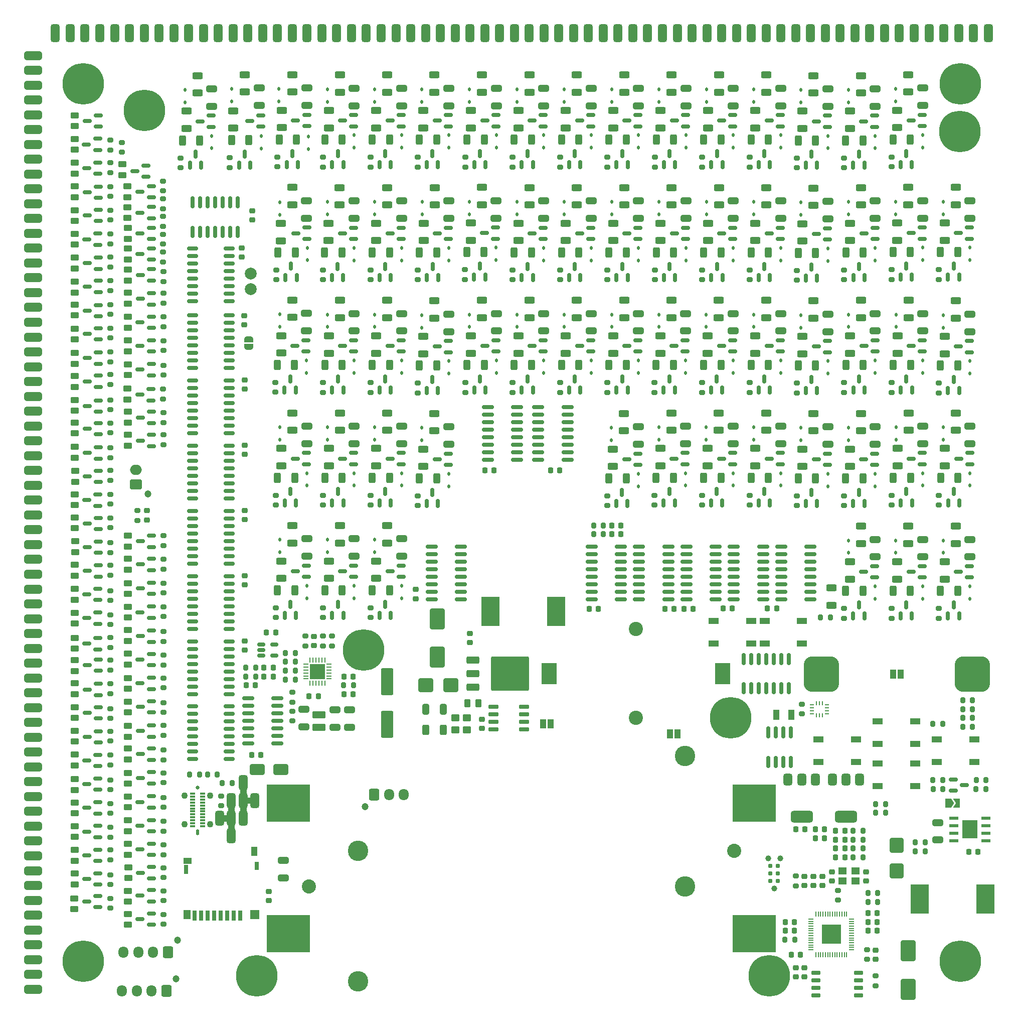
<source format=gbr>
%TF.GenerationSoftware,KiCad,Pcbnew,8.0.2*%
%TF.CreationDate,2024-06-03T23:57:49-04:00*%
%TF.ProjectId,IGGDriver,49474744-7269-4766-9572-2e6b69636164,rev?*%
%TF.SameCoordinates,Original*%
%TF.FileFunction,Soldermask,Top*%
%TF.FilePolarity,Negative*%
%FSLAX46Y46*%
G04 Gerber Fmt 4.6, Leading zero omitted, Abs format (unit mm)*
G04 Created by KiCad (PCBNEW 8.0.2) date 2024-06-03 23:57:49*
%MOMM*%
%LPD*%
G01*
G04 APERTURE LIST*
G04 Aperture macros list*
%AMRoundRect*
0 Rectangle with rounded corners*
0 $1 Rounding radius*
0 $2 $3 $4 $5 $6 $7 $8 $9 X,Y pos of 4 corners*
0 Add a 4 corners polygon primitive as box body*
4,1,4,$2,$3,$4,$5,$6,$7,$8,$9,$2,$3,0*
0 Add four circle primitives for the rounded corners*
1,1,$1+$1,$2,$3*
1,1,$1+$1,$4,$5*
1,1,$1+$1,$6,$7*
1,1,$1+$1,$8,$9*
0 Add four rect primitives between the rounded corners*
20,1,$1+$1,$2,$3,$4,$5,0*
20,1,$1+$1,$4,$5,$6,$7,0*
20,1,$1+$1,$6,$7,$8,$9,0*
20,1,$1+$1,$8,$9,$2,$3,0*%
%AMFreePoly0*
4,1,6,1.000000,0.000000,0.500000,-0.750000,-0.500000,-0.750000,-0.500000,0.750000,0.500000,0.750000,1.000000,0.000000,1.000000,0.000000,$1*%
%AMFreePoly1*
4,1,6,0.500000,-0.750000,-0.650000,-0.750000,-0.150000,0.000000,-0.650000,0.750000,0.500000,0.750000,0.500000,-0.750000,0.500000,-0.750000,$1*%
%AMFreePoly2*
4,1,19,0.500000,-0.750000,0.000000,-0.750000,0.000000,-0.744911,-0.071157,-0.744911,-0.207708,-0.704816,-0.327430,-0.627875,-0.420627,-0.520320,-0.479746,-0.390866,-0.500000,-0.250000,-0.500000,0.250000,-0.479746,0.390866,-0.420627,0.520320,-0.327430,0.627875,-0.207708,0.704816,-0.071157,0.744911,0.000000,0.744911,0.000000,0.750000,0.500000,0.750000,0.500000,-0.750000,0.500000,-0.750000,
$1*%
%AMFreePoly3*
4,1,19,0.000000,0.744911,0.071157,0.744911,0.207708,0.704816,0.327430,0.627875,0.420627,0.520320,0.479746,0.390866,0.500000,0.250000,0.500000,-0.250000,0.479746,-0.390866,0.420627,-0.520320,0.327430,-0.627875,0.207708,-0.704816,0.071157,-0.744911,0.000000,-0.744911,0.000000,-0.750000,-0.500000,-0.750000,-0.500000,0.750000,0.000000,0.750000,0.000000,0.744911,0.000000,0.744911,
$1*%
G04 Aperture macros list end*
%ADD10C,0.100000*%
%ADD11C,1.200000*%
%ADD12RoundRect,0.250000X-0.600000X-0.725000X0.600000X-0.725000X0.600000X0.725000X-0.600000X0.725000X0*%
%ADD13O,1.700000X1.950000*%
%ADD14RoundRect,0.250000X0.625000X-0.312500X0.625000X0.312500X-0.625000X0.312500X-0.625000X-0.312500X0*%
%ADD15RoundRect,0.150000X0.587500X0.150000X-0.587500X0.150000X-0.587500X-0.150000X0.587500X-0.150000X0*%
%ADD16C,0.990600*%
%ADD17C,0.787400*%
%ADD18RoundRect,0.250000X-0.650000X0.325000X-0.650000X-0.325000X0.650000X-0.325000X0.650000X0.325000X0*%
%ADD19RoundRect,0.250000X-0.312500X-0.625000X0.312500X-0.625000X0.312500X0.625000X-0.312500X0.625000X0*%
%ADD20RoundRect,0.200000X-0.275000X0.200000X-0.275000X-0.200000X0.275000X-0.200000X0.275000X0.200000X0*%
%ADD21RoundRect,0.112500X-0.112500X0.187500X-0.112500X-0.187500X0.112500X-0.187500X0.112500X0.187500X0*%
%ADD22RoundRect,0.150000X0.150000X-0.587500X0.150000X0.587500X-0.150000X0.587500X-0.150000X-0.587500X0*%
%ADD23RoundRect,0.225000X0.250000X-0.225000X0.250000X0.225000X-0.250000X0.225000X-0.250000X-0.225000X0*%
%ADD24RoundRect,0.200000X0.200000X0.275000X-0.200000X0.275000X-0.200000X-0.275000X0.200000X-0.275000X0*%
%ADD25RoundRect,0.250000X-0.625000X0.312500X-0.625000X-0.312500X0.625000X-0.312500X0.625000X0.312500X0*%
%ADD26RoundRect,0.225000X0.225000X0.250000X-0.225000X0.250000X-0.225000X-0.250000X0.225000X-0.250000X0*%
%ADD27RoundRect,0.150000X-0.150000X0.825000X-0.150000X-0.825000X0.150000X-0.825000X0.150000X0.825000X0*%
%ADD28RoundRect,0.250000X-0.325000X-0.650000X0.325000X-0.650000X0.325000X0.650000X-0.325000X0.650000X0*%
%ADD29RoundRect,0.200000X-0.200000X-0.275000X0.200000X-0.275000X0.200000X0.275000X-0.200000X0.275000X0*%
%ADD30RoundRect,0.250000X-0.450000X0.262500X-0.450000X-0.262500X0.450000X-0.262500X0.450000X0.262500X0*%
%ADD31RoundRect,0.200000X0.275000X-0.200000X0.275000X0.200000X-0.275000X0.200000X-0.275000X-0.200000X0*%
%ADD32RoundRect,0.162500X-0.750000X-0.162500X0.750000X-0.162500X0.750000X0.162500X-0.750000X0.162500X0*%
%ADD33RoundRect,0.218750X-0.218750X-0.256250X0.218750X-0.256250X0.218750X0.256250X-0.218750X0.256250X0*%
%ADD34R,1.000000X1.500000*%
%ADD35RoundRect,0.225000X-0.225000X-0.250000X0.225000X-0.250000X0.225000X0.250000X-0.225000X0.250000X0*%
%ADD36RoundRect,0.150000X0.825000X0.150000X-0.825000X0.150000X-0.825000X-0.150000X0.825000X-0.150000X0*%
%ADD37RoundRect,0.225000X-0.250000X0.225000X-0.250000X-0.225000X0.250000X-0.225000X0.250000X0.225000X0*%
%ADD38RoundRect,0.250000X0.650000X-0.325000X0.650000X0.325000X-0.650000X0.325000X-0.650000X-0.325000X0*%
%ADD39C,4.300000*%
%ADD40C,7.000000*%
%ADD41RoundRect,0.375000X-0.375000X0.625000X-0.375000X-0.625000X0.375000X-0.625000X0.375000X0.625000X0*%
%ADD42RoundRect,0.500000X-1.400000X0.500000X-1.400000X-0.500000X1.400000X-0.500000X1.400000X0.500000X0*%
%ADD43RoundRect,0.250001X-0.799999X1.999999X-0.799999X-1.999999X0.799999X-1.999999X0.799999X1.999999X0*%
%ADD44RoundRect,0.150000X-0.512500X-0.150000X0.512500X-0.150000X0.512500X0.150000X-0.512500X0.150000X0*%
%ADD45RoundRect,0.218750X0.256250X-0.218750X0.256250X0.218750X-0.256250X0.218750X-0.256250X-0.218750X0*%
%ADD46C,2.390000*%
%ADD47C,3.450000*%
%ADD48R,7.340000X6.350000*%
%ADD49RoundRect,0.218750X0.218750X0.256250X-0.218750X0.256250X-0.218750X-0.256250X0.218750X-0.256250X0*%
%ADD50R,2.600000X3.600000*%
%ADD51RoundRect,0.062500X-0.062500X0.350000X-0.062500X-0.350000X0.062500X-0.350000X0.062500X0.350000X0*%
%ADD52RoundRect,0.062500X-0.350000X0.062500X-0.350000X-0.062500X0.350000X-0.062500X0.350000X0.062500X0*%
%ADD53R,2.600000X2.600000*%
%ADD54RoundRect,0.250000X-1.000000X1.500000X-1.000000X-1.500000X1.000000X-1.500000X1.000000X1.500000X0*%
%ADD55R,1.000000X1.800000*%
%ADD56RoundRect,0.250000X-0.850000X0.375000X-0.850000X-0.375000X0.850000X-0.375000X0.850000X0.375000X0*%
%ADD57RoundRect,0.250000X0.750000X-0.600000X0.750000X0.600000X-0.750000X0.600000X-0.750000X-0.600000X0*%
%ADD58O,2.000000X1.700000*%
%ADD59R,1.700000X1.000000*%
%ADD60RoundRect,0.250000X1.000000X-1.500000X1.000000X1.500000X-1.000000X1.500000X-1.000000X-1.500000X0*%
%ADD61R,1.550000X0.600000*%
%ADD62R,2.600000X3.100000*%
%ADD63RoundRect,0.150000X0.150000X-0.825000X0.150000X0.825000X-0.150000X0.825000X-0.150000X-0.825000X0*%
%ADD64RoundRect,0.050000X0.387500X0.050000X-0.387500X0.050000X-0.387500X-0.050000X0.387500X-0.050000X0*%
%ADD65RoundRect,0.050000X0.050000X0.387500X-0.050000X0.387500X-0.050000X-0.387500X0.050000X-0.387500X0*%
%ADD66R,3.200000X3.200000*%
%ADD67R,0.675000X0.250000*%
%ADD68R,0.250000X0.675000*%
%ADD69R,0.700000X1.750000*%
%ADD70R,1.450000X1.000000*%
%ADD71R,1.000000X1.550000*%
%ADD72R,0.800000X1.500000*%
%ADD73R,1.300000X1.500000*%
%ADD74R,1.500000X1.500000*%
%ADD75R,0.800000X1.400000*%
%ADD76RoundRect,0.250000X0.450000X-0.350000X0.450000X0.350000X-0.450000X0.350000X-0.450000X-0.350000X0*%
%ADD77RoundRect,0.250000X-0.850000X-0.350000X0.850000X-0.350000X0.850000X0.350000X-0.850000X0.350000X0*%
%ADD78RoundRect,0.249997X-2.950003X-2.650003X2.950003X-2.650003X2.950003X2.650003X-2.950003X2.650003X0*%
%ADD79R,1.400000X1.200000*%
%ADD80FreePoly0,0.000000*%
%ADD81FreePoly1,0.000000*%
%ADD82RoundRect,0.218750X-0.256250X0.218750X-0.256250X-0.218750X0.256250X-0.218750X0.256250X0.218750X0*%
%ADD83RoundRect,0.250000X0.600000X0.725000X-0.600000X0.725000X-0.600000X-0.725000X0.600000X-0.725000X0*%
%ADD84RoundRect,0.250000X-0.450000X0.350000X-0.450000X-0.350000X0.450000X-0.350000X0.450000X0.350000X0*%
%ADD85C,2.000000*%
%ADD86RoundRect,0.375000X0.375000X-0.875000X0.375000X0.875000X-0.375000X0.875000X-0.375000X-0.875000X0*%
%ADD87RoundRect,0.375000X1.125000X0.375000X-1.125000X0.375000X-1.125000X-0.375000X1.125000X-0.375000X0*%
%ADD88RoundRect,0.375000X0.375000X-1.125000X0.375000X1.125000X-0.375000X1.125000X-0.375000X-1.125000X0*%
%ADD89RoundRect,0.250000X1.000000X0.650000X-1.000000X0.650000X-1.000000X-0.650000X1.000000X-0.650000X0*%
%ADD90RoundRect,0.250000X0.900000X-1.000000X0.900000X1.000000X-0.900000X1.000000X-0.900000X-1.000000X0*%
%ADD91C,0.660000*%
%ADD92O,0.580000X1.000000*%
%ADD93R,0.850000X0.300000*%
%ADD94C,1.100000*%
%ADD95RoundRect,1.500000X1.500000X1.500000X-1.500000X1.500000X-1.500000X-1.500000X1.500000X-1.500000X0*%
%ADD96RoundRect,0.250000X-1.000000X-0.900000X1.000000X-0.900000X1.000000X0.900000X-1.000000X0.900000X0*%
%ADD97RoundRect,0.150000X0.725000X0.150000X-0.725000X0.150000X-0.725000X-0.150000X0.725000X-0.150000X0*%
%ADD98R,3.100000X5.000000*%
%ADD99RoundRect,0.250000X0.262500X0.450000X-0.262500X0.450000X-0.262500X-0.450000X0.262500X-0.450000X0*%
%ADD100FreePoly2,270.000000*%
%ADD101FreePoly3,270.000000*%
%ADD102RoundRect,0.150000X0.650000X0.150000X-0.650000X0.150000X-0.650000X-0.150000X0.650000X-0.150000X0*%
%ADD103RoundRect,0.150000X-0.587500X-0.150000X0.587500X-0.150000X0.587500X0.150000X-0.587500X0.150000X0*%
%ADD104C,2.400000*%
G04 APERTURE END LIST*
D10*
%TO.C,J2*%
X105200000Y-140900000D02*
X102200000Y-140900000D01*
X102200000Y-139900000D01*
X105200000Y-139900000D01*
X105200000Y-140900000D01*
G36*
X105200000Y-140900000D02*
G01*
X102200000Y-140900000D01*
X102200000Y-139900000D01*
X105200000Y-139900000D01*
X105200000Y-140900000D01*
G37*
X105200000Y-143900000D02*
X104200000Y-143900000D01*
X104200000Y-136900000D01*
X105200000Y-136900000D01*
X105200000Y-143900000D01*
G36*
X105200000Y-143900000D02*
G01*
X104200000Y-143900000D01*
X104200000Y-136900000D01*
X105200000Y-136900000D01*
X105200000Y-143900000D01*
G37*
X109200000Y-137900000D02*
X106199999Y-137900000D01*
X106200000Y-136900000D01*
X109200000Y-136900000D01*
X109200000Y-137900000D01*
G36*
X109200000Y-137900000D02*
G01*
X106199999Y-137900000D01*
X106200000Y-136900000D01*
X109200000Y-136900000D01*
X109200000Y-137900000D01*
G37*
X107200000Y-140900000D02*
X106200000Y-140900000D01*
X106199999Y-133900000D01*
X107200000Y-133900000D01*
X107200000Y-140900000D01*
G36*
X107200000Y-140900000D02*
G01*
X106200000Y-140900000D01*
X106199999Y-133900000D01*
X107200000Y-133900000D01*
X107200000Y-140900000D01*
G37*
%TD*%
D11*
%TO.C,J3*%
X127250000Y-138450000D03*
D12*
X128850000Y-136450000D03*
D13*
X131350000Y-136450000D03*
X133850000Y-136450000D03*
%TD*%
D14*
%TO.C,R95*%
X129187500Y-61962500D03*
X129187500Y-59037500D03*
%TD*%
%TO.C,R67*%
X129187500Y-23962500D03*
X129187500Y-21037500D03*
%TD*%
D15*
%TO.C,Q123*%
X229337500Y-61800000D03*
X229337500Y-59900000D03*
X227462500Y-60850000D03*
%TD*%
D16*
%TO.C,J5*%
X196365000Y-152270000D03*
X195349000Y-147190000D03*
X197381000Y-147190000D03*
D17*
X197000000Y-151000000D03*
X195730000Y-151000000D03*
X197000000Y-149730000D03*
X195730000Y-149730000D03*
X197000000Y-148460000D03*
X195730000Y-148460000D03*
%TD*%
D18*
%TO.C,C43*%
X141400000Y-17275000D03*
X141400000Y-20225000D03*
%TD*%
D14*
%TO.C,R151*%
X177150000Y-80962500D03*
X177150000Y-78037500D03*
%TD*%
D15*
%TO.C,Q47*%
X141375000Y-42700000D03*
X141375000Y-40800000D03*
X139500000Y-41750000D03*
%TD*%
D19*
%TO.C,R237*%
X208475000Y-44962500D03*
X211400000Y-44962500D03*
%TD*%
D14*
%TO.C,R59*%
X121187500Y-99962500D03*
X121187500Y-97037500D03*
%TD*%
D20*
%TO.C,R52*%
X120187500Y-85925000D03*
X120187500Y-87575000D03*
%TD*%
D21*
%TO.C,D28*%
X120937500Y-74450000D03*
X120937500Y-76550000D03*
%TD*%
D14*
%TO.C,R227*%
X209187500Y-61962500D03*
X209187500Y-59037500D03*
%TD*%
D22*
%TO.C,Q78*%
X185700000Y-68187500D03*
X187600000Y-68187500D03*
X186650000Y-66312500D03*
%TD*%
D20*
%TO.C,R20*%
X104462500Y-28987500D03*
X104462500Y-30637500D03*
%TD*%
D21*
%TO.C,D59*%
X157437500Y-25200000D03*
X157437500Y-27300000D03*
%TD*%
%TO.C,D29*%
X125437500Y-101200000D03*
X125437500Y-103300000D03*
%TD*%
D23*
%TO.C,C1011*%
X106900000Y-57175000D03*
X106900000Y-55625000D03*
%TD*%
D15*
%TO.C,Q25*%
X133375000Y-23700000D03*
X133375000Y-21800000D03*
X131500000Y-22750000D03*
%TD*%
D24*
%TO.C,R303*%
X211325000Y-145500000D03*
X209675000Y-145500000D03*
%TD*%
D14*
%TO.C,R51*%
X121150000Y-42962500D03*
X121150000Y-40037500D03*
%TD*%
%TO.C,R195*%
X193187500Y-42962500D03*
X193187500Y-40037500D03*
%TD*%
D19*
%TO.C,R205*%
X192475000Y-25962500D03*
X195400000Y-25962500D03*
%TD*%
D25*
%TO.C,R158*%
X171037500Y-15037500D03*
X171037500Y-17962500D03*
%TD*%
D26*
%TO.C,C9*%
X196775000Y-105000000D03*
X195225000Y-105000000D03*
%TD*%
D27*
%TO.C,U1004*%
X105810000Y-36525000D03*
X104540000Y-36525000D03*
X103270000Y-36525000D03*
X102000000Y-36525000D03*
X100730000Y-36525000D03*
X99460000Y-36525000D03*
X98190000Y-36525000D03*
X98190000Y-41475000D03*
X99460000Y-41475000D03*
X100730000Y-41475000D03*
X102000000Y-41475000D03*
X103270000Y-41475000D03*
X104540000Y-41475000D03*
X105810000Y-41475000D03*
%TD*%
D14*
%TO.C,R243*%
X217187500Y-80962500D03*
X217187500Y-78037500D03*
%TD*%
D22*
%TO.C,Q50*%
X153737500Y-68187500D03*
X155637500Y-68187500D03*
X154687500Y-66312500D03*
%TD*%
D18*
%TO.C,C59*%
X173400000Y-74375000D03*
X173400000Y-77325000D03*
%TD*%
%TO.C,C76*%
X205400000Y-55375000D03*
X205400000Y-58325000D03*
%TD*%
D19*
%TO.C,R21*%
X104750000Y-26025000D03*
X107675000Y-26025000D03*
%TD*%
D28*
%TO.C,C104*%
X137524999Y-122000000D03*
X140475001Y-122000000D03*
%TD*%
D18*
%TO.C,C42*%
X133437500Y-17275000D03*
X133437500Y-20225000D03*
%TD*%
D15*
%TO.C,Q1009*%
X91187500Y-154425000D03*
X91187500Y-152525000D03*
X89312500Y-153475000D03*
%TD*%
%TO.C,Q79*%
X181375000Y-23700000D03*
X181375000Y-21800000D03*
X179500000Y-22750000D03*
%TD*%
D26*
%TO.C,C13*%
X189275000Y-105000000D03*
X187725000Y-105000000D03*
%TD*%
D25*
%TO.C,R22*%
X107000000Y-15000000D03*
X107000000Y-17925000D03*
%TD*%
D29*
%TO.C,R283*%
X223175000Y-134000000D03*
X224825000Y-134000000D03*
%TD*%
D20*
%TO.C,R84*%
X144187500Y-28925000D03*
X144187500Y-30575000D03*
%TD*%
D15*
%TO.C,Q1062*%
X91187500Y-57700000D03*
X91187500Y-55800000D03*
X89312500Y-56750000D03*
%TD*%
%TO.C,Q1053*%
X82250000Y-75650000D03*
X82250000Y-73750000D03*
X80375000Y-74700000D03*
%TD*%
D30*
%TO.C,R1097*%
X78250000Y-41837500D03*
X78250000Y-43662500D03*
%TD*%
D18*
%TO.C,C93*%
X229437500Y-74275000D03*
X229437500Y-77225000D03*
%TD*%
D31*
%TO.C,R1009*%
X84250000Y-55400000D03*
X84250000Y-53750000D03*
%TD*%
D18*
%TO.C,C30*%
X101400000Y-17375000D03*
X101400000Y-20325000D03*
%TD*%
D25*
%TO.C,R66*%
X131037500Y-15037500D03*
X131037500Y-17962500D03*
%TD*%
D20*
%TO.C,R76*%
X128187500Y-47925000D03*
X128187500Y-49575000D03*
%TD*%
D15*
%TO.C,Q81*%
X189375000Y-42700000D03*
X189375000Y-40800000D03*
X187500000Y-41750000D03*
%TD*%
D18*
%TO.C,C69*%
X181437500Y-17275000D03*
X181437500Y-20225000D03*
%TD*%
D20*
%TO.C,R156*%
X168187500Y-28925000D03*
X168187500Y-30575000D03*
%TD*%
D18*
%TO.C,C48*%
X141400000Y-74375000D03*
X141400000Y-77325000D03*
%TD*%
D21*
%TO.C,D13*%
X117750000Y-25412500D03*
X117750000Y-27512500D03*
%TD*%
D18*
%TO.C,C61*%
X165437500Y-17275000D03*
X165437500Y-20225000D03*
%TD*%
D21*
%TO.C,D93*%
X197437500Y-63200000D03*
X197437500Y-65300000D03*
%TD*%
D30*
%TO.C,R1098*%
X78250000Y-25837500D03*
X78250000Y-27662500D03*
%TD*%
D14*
%TO.C,R79*%
X129187500Y-42962500D03*
X129187500Y-40037500D03*
%TD*%
D31*
%TO.C,R1004*%
X84250000Y-143575000D03*
X84250000Y-141925000D03*
%TD*%
D21*
%TO.C,D15*%
X117550000Y-44187500D03*
X117550000Y-46287500D03*
%TD*%
D20*
%TO.C,R236*%
X208187500Y-47925000D03*
X208187500Y-49575000D03*
%TD*%
D30*
%TO.C,R1126*%
X87250000Y-92737500D03*
X87250000Y-94562500D03*
%TD*%
D29*
%TO.C,R300*%
X198175000Y-160900000D03*
X199825000Y-160900000D03*
%TD*%
D19*
%TO.C,R145*%
X168475000Y-44962500D03*
X171400000Y-44962500D03*
%TD*%
D25*
%TO.C,R46*%
X115037500Y-72037500D03*
X115037500Y-74962500D03*
%TD*%
D30*
%TO.C,R1028*%
X87250000Y-136737500D03*
X87250000Y-138562500D03*
%TD*%
D21*
%TO.C,D125*%
X221400000Y-25162500D03*
X221400000Y-27262500D03*
%TD*%
D32*
%TO.C,U1002*%
X98162500Y-121555000D03*
X98162500Y-122825000D03*
X98162500Y-124095000D03*
X98162500Y-125365000D03*
X98162500Y-126635000D03*
X98162500Y-127905000D03*
X98162500Y-129175000D03*
X98162500Y-130445000D03*
X104337500Y-130445000D03*
X104337500Y-129175000D03*
X104337500Y-127905000D03*
X104337500Y-126635000D03*
X104337500Y-125365000D03*
X104337500Y-124095000D03*
X104337500Y-122825000D03*
X104337500Y-121555000D03*
%TD*%
D19*
%TO.C,R77*%
X128475000Y-44962500D03*
X131400000Y-44962500D03*
%TD*%
D26*
%TO.C,C1001*%
X112187500Y-109112500D03*
X110637500Y-109112500D03*
%TD*%
D15*
%TO.C,Q1024*%
X91187500Y-39200000D03*
X91187500Y-37300000D03*
X89312500Y-38250000D03*
%TD*%
D21*
%TO.C,D48*%
X128937500Y-55450000D03*
X128937500Y-57550000D03*
%TD*%
D15*
%TO.C,Q41*%
X141337500Y-61800000D03*
X141337500Y-59900000D03*
X139462500Y-60850000D03*
%TD*%
D22*
%TO.C,Q124*%
X225700000Y-68287500D03*
X227600000Y-68287500D03*
X226650000Y-66412500D03*
%TD*%
D14*
%TO.C,R135*%
X169150000Y-81062500D03*
X169150000Y-78137500D03*
%TD*%
D31*
%TO.C,R1087*%
X93250000Y-77400000D03*
X93250000Y-75750000D03*
%TD*%
D21*
%TO.C,D69*%
X173437500Y-63200000D03*
X173437500Y-65300000D03*
%TD*%
%TO.C,D71*%
X165437500Y-25200000D03*
X165437500Y-27300000D03*
%TD*%
%TO.C,D131*%
X229400000Y-63300000D03*
X229400000Y-65400000D03*
%TD*%
D31*
%TO.C,R1118*%
X93250000Y-94400000D03*
X93250000Y-92750000D03*
%TD*%
%TO.C,R1084*%
X93250000Y-130575000D03*
X93250000Y-128925000D03*
%TD*%
D29*
%TO.C,R295*%
X165887500Y-91000000D03*
X167537500Y-91000000D03*
%TD*%
D31*
%TO.C,R1054*%
X93250000Y-102400000D03*
X93250000Y-100750000D03*
%TD*%
D21*
%TO.C,D107*%
X213400000Y-101300000D03*
X213400000Y-103400000D03*
%TD*%
D31*
%TO.C,R1116*%
X93250000Y-126400000D03*
X93250000Y-124750000D03*
%TD*%
D30*
%TO.C,R1123*%
X87250000Y-140737500D03*
X87250000Y-142562500D03*
%TD*%
D22*
%TO.C,Q34*%
X129737500Y-87187500D03*
X131637500Y-87187500D03*
X130687500Y-85312500D03*
%TD*%
D31*
%TO.C,R1035*%
X84250000Y-155575000D03*
X84250000Y-153925000D03*
%TD*%
D15*
%TO.C,Q109*%
X221337500Y-99800000D03*
X221337500Y-97900000D03*
X219462500Y-98850000D03*
%TD*%
D21*
%TO.C,D45*%
X141400000Y-82300000D03*
X141400000Y-84400000D03*
%TD*%
D30*
%TO.C,R1018*%
X87250000Y-40837500D03*
X87250000Y-42662500D03*
%TD*%
D14*
%TO.C,R251*%
X217150000Y-23925000D03*
X217150000Y-21000000D03*
%TD*%
D21*
%TO.C,D67*%
X173400000Y-82300000D03*
X173400000Y-84400000D03*
%TD*%
D25*
%TO.C,R254*%
X219037500Y-53037500D03*
X219037500Y-55962500D03*
%TD*%
D20*
%TO.C,R200*%
X200150000Y-67025000D03*
X200150000Y-68675000D03*
%TD*%
D19*
%TO.C,R137*%
X168475000Y-63962500D03*
X171400000Y-63962500D03*
%TD*%
D30*
%TO.C,R1108*%
X78250000Y-129650000D03*
X78250000Y-131475000D03*
%TD*%
D25*
%TO.C,R86*%
X147037500Y-15037500D03*
X147037500Y-17962500D03*
%TD*%
D32*
%TO.C,U1005*%
X98162500Y-110555000D03*
X98162500Y-111825000D03*
X98162500Y-113095000D03*
X98162500Y-114365000D03*
X98162500Y-115635000D03*
X98162500Y-116905000D03*
X98162500Y-118175000D03*
X98162500Y-119445000D03*
X104337500Y-119445000D03*
X104337500Y-118175000D03*
X104337500Y-116905000D03*
X104337500Y-115635000D03*
X104337500Y-114365000D03*
X104337500Y-113095000D03*
X104337500Y-111825000D03*
X104337500Y-110555000D03*
%TD*%
D18*
%TO.C,C40*%
X125437500Y-93275000D03*
X125437500Y-96225000D03*
%TD*%
D15*
%TO.C,Q89*%
X197375000Y-42700000D03*
X197375000Y-40800000D03*
X195500000Y-41750000D03*
%TD*%
D31*
%TO.C,R1003*%
X93250000Y-158300000D03*
X93250000Y-156650000D03*
%TD*%
%TO.C,R1008*%
X84250000Y-71487500D03*
X84250000Y-69837500D03*
%TD*%
D15*
%TO.C,Q31*%
X133375000Y-42700000D03*
X133375000Y-40800000D03*
X131500000Y-41750000D03*
%TD*%
D31*
%TO.C,R1115*%
X93250000Y-142575000D03*
X93250000Y-140925000D03*
%TD*%
D14*
%TO.C,R191*%
X185187500Y-23962500D03*
X185187500Y-21037500D03*
%TD*%
%TO.C,R75*%
X129187500Y-99962500D03*
X129187500Y-97037500D03*
%TD*%
D18*
%TO.C,C68*%
X189400000Y-55275000D03*
X189400000Y-58225000D03*
%TD*%
D25*
%TO.C,R18*%
X99000000Y-15137500D03*
X99000000Y-18062500D03*
%TD*%
D20*
%TO.C,R104*%
X144150000Y-47887500D03*
X144150000Y-49537500D03*
%TD*%
%TO.C,R212*%
X208150000Y-105025000D03*
X208150000Y-106675000D03*
%TD*%
D19*
%TO.C,R33*%
X112437500Y-63925000D03*
X115362500Y-63925000D03*
%TD*%
D15*
%TO.C,Q1034*%
X82187500Y-135600000D03*
X82187500Y-133700000D03*
X80312500Y-134650000D03*
%TD*%
D33*
%TO.C,D6*%
X206712500Y-145500000D03*
X208287500Y-145500000D03*
%TD*%
D34*
%TO.C,JP2*%
X216450001Y-116100000D03*
X217749999Y-116100000D03*
%TD*%
D18*
%TO.C,C80*%
X213400000Y-74375000D03*
X213400000Y-77325000D03*
%TD*%
D35*
%TO.C,C99*%
X117825000Y-119800000D03*
X119375000Y-119800000D03*
%TD*%
D19*
%TO.C,R165*%
X184437500Y-82962500D03*
X187362500Y-82962500D03*
%TD*%
D35*
%TO.C,C14*%
X181125000Y-105100000D03*
X182675000Y-105100000D03*
%TD*%
D20*
%TO.C,R164*%
X184150000Y-85925000D03*
X184150000Y-87575000D03*
%TD*%
D21*
%TO.C,D10*%
X96900000Y-17550000D03*
X96900000Y-19650000D03*
%TD*%
D18*
%TO.C,C82*%
X213437500Y-55275000D03*
X213437500Y-58225000D03*
%TD*%
D20*
%TO.C,R192*%
X192187500Y-47925000D03*
X192187500Y-49575000D03*
%TD*%
D21*
%TO.C,D27*%
X125437500Y-82200000D03*
X125437500Y-84300000D03*
%TD*%
D36*
%TO.C,U10*%
X194475000Y-103445000D03*
X194475000Y-102175000D03*
X194475000Y-100905000D03*
X194475000Y-99635000D03*
X194475000Y-98365000D03*
X194475000Y-97095000D03*
X194475000Y-95825000D03*
X194475000Y-94555000D03*
X189525000Y-94555000D03*
X189525000Y-95825000D03*
X189525000Y-97095000D03*
X189525000Y-98365000D03*
X189525000Y-99635000D03*
X189525000Y-100905000D03*
X189525000Y-102175000D03*
X189525000Y-103445000D03*
%TD*%
D20*
%TO.C,R220*%
X200150000Y-29025000D03*
X200150000Y-30675000D03*
%TD*%
D30*
%TO.C,R1066*%
X78250000Y-29837500D03*
X78250000Y-31662500D03*
%TD*%
D29*
%TO.C,R298*%
X165887500Y-92500000D03*
X167537500Y-92500000D03*
%TD*%
D31*
%TO.C,R1037*%
X84250000Y-123575000D03*
X84250000Y-121925000D03*
%TD*%
D18*
%TO.C,C37*%
X117437500Y-74275000D03*
X117437500Y-77225000D03*
%TD*%
D31*
%TO.C,R1010*%
X93187500Y-43575000D03*
X93187500Y-41925000D03*
%TD*%
D15*
%TO.C,Q1038*%
X82250000Y-63750000D03*
X82250000Y-61850000D03*
X80375000Y-62800000D03*
%TD*%
D22*
%TO.C,Q4*%
X106012500Y-30250000D03*
X107912500Y-30250000D03*
X106962500Y-28375000D03*
%TD*%
D29*
%TO.C,R296*%
X107175000Y-116500000D03*
X108825000Y-116500000D03*
%TD*%
D37*
%TO.C,C18*%
X201500000Y-165625000D03*
X201500000Y-167175000D03*
%TD*%
D15*
%TO.C,Q1045*%
X91250000Y-77650000D03*
X91250000Y-75750000D03*
X89375000Y-76700000D03*
%TD*%
D14*
%TO.C,R223*%
X201150000Y-24062500D03*
X201150000Y-21137500D03*
%TD*%
D38*
%TO.C,C94*%
X113500000Y-150475000D03*
X113500000Y-147525000D03*
%TD*%
D19*
%TO.C,R169*%
X184437500Y-63962500D03*
X187362500Y-63962500D03*
%TD*%
D18*
%TO.C,C92*%
X229400000Y-36237500D03*
X229400000Y-39187500D03*
%TD*%
D15*
%TO.C,Q11*%
X117375000Y-99700000D03*
X117375000Y-97800000D03*
X115500000Y-98750000D03*
%TD*%
D33*
%TO.C,D139*%
X206712500Y-144000000D03*
X208287500Y-144000000D03*
%TD*%
D30*
%TO.C,R1048*%
X78250000Y-65837500D03*
X78250000Y-67662500D03*
%TD*%
D22*
%TO.C,Q18*%
X121700000Y-49187500D03*
X123600000Y-49187500D03*
X122650000Y-47312500D03*
%TD*%
%TO.C,Q102*%
X209700000Y-87287500D03*
X211600000Y-87287500D03*
X210650000Y-85412500D03*
%TD*%
D39*
%TO.C,H5*%
X90000000Y-21000000D03*
D40*
X90000000Y-21000000D03*
%TD*%
D15*
%TO.C,Q1032*%
X82187500Y-31700000D03*
X82187500Y-29800000D03*
X80312500Y-30750000D03*
%TD*%
D14*
%TO.C,R63*%
X121187500Y-61962500D03*
X121187500Y-59037500D03*
%TD*%
D25*
%TO.C,R142*%
X163037500Y-15037500D03*
X163037500Y-17962500D03*
%TD*%
D30*
%TO.C,R1112*%
X78250000Y-57837500D03*
X78250000Y-59662500D03*
%TD*%
D15*
%TO.C,Q1013*%
X82250000Y-91650000D03*
X82250000Y-89750000D03*
X80375000Y-90700000D03*
%TD*%
D30*
%TO.C,R1078*%
X78250000Y-101737500D03*
X78250000Y-103562500D03*
%TD*%
D21*
%TO.C,D30*%
X120937500Y-93450000D03*
X120937500Y-95550000D03*
%TD*%
D41*
%TO.C,U1*%
X210800000Y-133850000D03*
X208500000Y-133850001D03*
D42*
X208500000Y-140149999D03*
D41*
X206200000Y-133850000D03*
%TD*%
D43*
%TO.C,C105*%
X131000000Y-117400001D03*
X131000000Y-124599999D03*
%TD*%
D14*
%TO.C,R247*%
X217150000Y-42925000D03*
X217150000Y-40000000D03*
%TD*%
D22*
%TO.C,Q90*%
X193737500Y-49187500D03*
X195637500Y-49187500D03*
X194687500Y-47312500D03*
%TD*%
D15*
%TO.C,Q1019*%
X82250000Y-123550000D03*
X82250000Y-121650000D03*
X80375000Y-122600000D03*
%TD*%
%TO.C,Q1005*%
X82250000Y-95650000D03*
X82250000Y-93750000D03*
X80375000Y-94700000D03*
%TD*%
D22*
%TO.C,Q118*%
X217700000Y-30150000D03*
X219600000Y-30150000D03*
X218650000Y-28275000D03*
%TD*%
D15*
%TO.C,Q1035*%
X82250000Y-119650000D03*
X82250000Y-117750000D03*
X80375000Y-118700000D03*
%TD*%
D37*
%TO.C,C1002*%
X107000000Y-110475000D03*
X107000000Y-112025000D03*
%TD*%
D21*
%TO.C,D49*%
X141400000Y-63300000D03*
X141400000Y-65400000D03*
%TD*%
D15*
%TO.C,Q1012*%
X91187500Y-106600000D03*
X91187500Y-104700000D03*
X89312500Y-105650000D03*
%TD*%
%TO.C,Q33*%
X133375000Y-80700000D03*
X133375000Y-78800000D03*
X131500000Y-79750000D03*
%TD*%
D21*
%TO.C,D89*%
X189437500Y-44200000D03*
X189437500Y-46300000D03*
%TD*%
D44*
%TO.C,U1001*%
X109725000Y-111100000D03*
X109725000Y-112050000D03*
X109725000Y-113000000D03*
X112000000Y-113000000D03*
X112000000Y-111100000D03*
%TD*%
D15*
%TO.C,Q1010*%
X91187500Y-138600000D03*
X91187500Y-136700000D03*
X89312500Y-137650000D03*
%TD*%
D30*
%TO.C,R1076*%
X78250000Y-133825000D03*
X78250000Y-135650000D03*
%TD*%
%TO.C,R1059*%
X87312500Y-148687500D03*
X87312500Y-150512500D03*
%TD*%
D23*
%TO.C,C20*%
X201500000Y-151775000D03*
X201500000Y-150225000D03*
%TD*%
D18*
%TO.C,C49*%
X133437500Y-55275000D03*
X133437500Y-58225000D03*
%TD*%
D31*
%TO.C,R1083*%
X93250000Y-146575000D03*
X93250000Y-144925000D03*
%TD*%
D19*
%TO.C,R249*%
X216437500Y-25925000D03*
X219362500Y-25925000D03*
%TD*%
D31*
%TO.C,R1086*%
X93250000Y-98400000D03*
X93250000Y-96750000D03*
%TD*%
%TO.C,R6*%
X117175000Y-111350000D03*
X117175000Y-109700000D03*
%TD*%
D14*
%TO.C,R263*%
X225150000Y-62062500D03*
X225150000Y-59137500D03*
%TD*%
%TO.C,R99*%
X137150000Y-62062500D03*
X137150000Y-59137500D03*
%TD*%
%TO.C,R87*%
X145187500Y-23962500D03*
X145187500Y-21037500D03*
%TD*%
D45*
%TO.C,D7*%
X118675000Y-111312501D03*
X118675000Y-109737499D03*
%TD*%
D31*
%TO.C,R1068*%
X84250000Y-135575000D03*
X84250000Y-133925000D03*
%TD*%
D21*
%TO.C,D42*%
X128937500Y-74450000D03*
X128937500Y-76550000D03*
%TD*%
D30*
%TO.C,R1077*%
X78250000Y-117650000D03*
X78250000Y-119475000D03*
%TD*%
D22*
%TO.C,Q44*%
X145737500Y-68187500D03*
X147637500Y-68187500D03*
X146687500Y-66312500D03*
%TD*%
D18*
%TO.C,C65*%
X173437500Y-17275000D03*
X173437500Y-20225000D03*
%TD*%
D21*
%TO.C,D83*%
X189400000Y-82200000D03*
X189400000Y-84300000D03*
%TD*%
D35*
%TO.C,C12*%
X165125000Y-105100000D03*
X166675000Y-105100000D03*
%TD*%
%TO.C,C5*%
X200025000Y-142300000D03*
X201575000Y-142300000D03*
%TD*%
D26*
%TO.C,C25*%
X200775000Y-163400000D03*
X199225000Y-163400000D03*
%TD*%
D46*
%TO.C,BT1*%
X189630000Y-145900000D03*
D47*
X181300000Y-129900000D03*
X126100000Y-145900000D03*
D48*
X193030000Y-137900000D03*
X114370000Y-137900000D03*
%TD*%
D31*
%TO.C,R1071*%
X84250000Y-79575000D03*
X84250000Y-77925000D03*
%TD*%
D36*
%TO.C,U7*%
X170475000Y-103445000D03*
X170475000Y-102175000D03*
X170475000Y-100905000D03*
X170475000Y-99635000D03*
X170475000Y-98365000D03*
X170475000Y-97095000D03*
X170475000Y-95825000D03*
X170475000Y-94555000D03*
X165525000Y-94555000D03*
X165525000Y-95825000D03*
X165525000Y-97095000D03*
X165525000Y-98365000D03*
X165525000Y-99635000D03*
X165525000Y-100905000D03*
X165525000Y-102175000D03*
X165525000Y-103445000D03*
%TD*%
D18*
%TO.C,C78*%
X205400000Y-36375000D03*
X205400000Y-39325000D03*
%TD*%
D21*
%TO.C,D85*%
X189400000Y-63200000D03*
X189400000Y-65300000D03*
%TD*%
D25*
%TO.C,R130*%
X163037500Y-34037500D03*
X163037500Y-36962500D03*
%TD*%
D49*
%TO.C,D1*%
X170500001Y-91000000D03*
X168924999Y-91000000D03*
%TD*%
D50*
%TO.C,BT3*%
X187650000Y-116000000D03*
X158350000Y-116000000D03*
%TD*%
D25*
%TO.C,R210*%
X203000000Y-34137500D03*
X203000000Y-37062500D03*
%TD*%
D24*
%TO.C,R287*%
X224827500Y-135500000D03*
X223177500Y-135500000D03*
%TD*%
D21*
%TO.C,D35*%
X141400000Y-25200000D03*
X141400000Y-27300000D03*
%TD*%
D15*
%TO.C,Q71*%
X173375000Y-23700000D03*
X173375000Y-21800000D03*
X171500000Y-22750000D03*
%TD*%
D22*
%TO.C,Q46*%
X145700000Y-49150000D03*
X147600000Y-49150000D03*
X146650000Y-47275000D03*
%TD*%
D24*
%TO.C,R299*%
X211325000Y-147000000D03*
X209675000Y-147000000D03*
%TD*%
D29*
%TO.C,R289*%
X223175000Y-124500000D03*
X224825000Y-124500000D03*
%TD*%
D22*
%TO.C,Q52*%
X153737500Y-30187500D03*
X155637500Y-30187500D03*
X154687500Y-28312500D03*
%TD*%
D21*
%TO.C,D44*%
X144937500Y-17450000D03*
X144937500Y-19550000D03*
%TD*%
%TO.C,D60*%
X152937500Y-17450000D03*
X152937500Y-19550000D03*
%TD*%
D15*
%TO.C,Q51*%
X157375000Y-23700000D03*
X157375000Y-21800000D03*
X155500000Y-22750000D03*
%TD*%
D21*
%TO.C,D16*%
X112862500Y-36550000D03*
X112862500Y-38650000D03*
%TD*%
D25*
%TO.C,R30*%
X115000000Y-34000000D03*
X115000000Y-36925000D03*
%TD*%
D14*
%TO.C,R207*%
X193187500Y-23962500D03*
X193187500Y-21037500D03*
%TD*%
D27*
%TO.C,U19*%
X199205000Y-125925000D03*
X197935000Y-125925000D03*
X196665000Y-125925000D03*
X195395000Y-125925000D03*
X195395000Y-130875000D03*
X196665000Y-130875000D03*
X197935000Y-130875000D03*
X199205000Y-130875000D03*
%TD*%
D32*
%TO.C,U1009*%
X98162500Y-66555000D03*
X98162500Y-67825000D03*
X98162500Y-69095000D03*
X98162500Y-70365000D03*
X98162500Y-71635000D03*
X98162500Y-72905000D03*
X98162500Y-74175000D03*
X98162500Y-75445000D03*
X104337500Y-75445000D03*
X104337500Y-74175000D03*
X104337500Y-72905000D03*
X104337500Y-71635000D03*
X104337500Y-70365000D03*
X104337500Y-69095000D03*
X104337500Y-67825000D03*
X104337500Y-66555000D03*
%TD*%
D22*
%TO.C,Q54*%
X161737500Y-68187500D03*
X163637500Y-68187500D03*
X162687500Y-66312500D03*
%TD*%
D15*
%TO.C,Q17*%
X125337500Y-42700000D03*
X125337500Y-40800000D03*
X123462500Y-41750000D03*
%TD*%
D51*
%TO.C,U16*%
X120475000Y-113712500D03*
X119975000Y-113712501D03*
X119475000Y-113712500D03*
X118975000Y-113712500D03*
X118475000Y-113712501D03*
X117975000Y-113712500D03*
D52*
X117287500Y-114400000D03*
X117287501Y-114900000D03*
X117287500Y-115400000D03*
X117287500Y-115900000D03*
X117287501Y-116400000D03*
X117287500Y-116900000D03*
D51*
X117975000Y-117587500D03*
X118475000Y-117587499D03*
X118975000Y-117587500D03*
X119475000Y-117587500D03*
X119975000Y-117587499D03*
X120475000Y-117587500D03*
D52*
X121162500Y-116900000D03*
X121162499Y-116400000D03*
X121162500Y-115900000D03*
X121162500Y-115400000D03*
X121162499Y-114900000D03*
X121162500Y-114400000D03*
D53*
X119225000Y-115650000D03*
%TD*%
D30*
%TO.C,R1081*%
X78250000Y-45837500D03*
X78250000Y-47662500D03*
%TD*%
D20*
%TO.C,R140*%
X160187500Y-28925000D03*
X160187500Y-30575000D03*
%TD*%
D21*
%TO.C,D37*%
X133437500Y-101200000D03*
X133437500Y-103300000D03*
%TD*%
D18*
%TO.C,C75*%
X205400000Y-74375000D03*
X205400000Y-77325000D03*
%TD*%
D31*
%TO.C,R28*%
X112300000Y-49562500D03*
X112300000Y-47912500D03*
%TD*%
D30*
%TO.C,R1114*%
X86350000Y-30087500D03*
X86350000Y-31912500D03*
%TD*%
D23*
%TO.C,C19*%
X206100000Y-150975000D03*
X206100000Y-149425000D03*
%TD*%
D21*
%TO.C,D18*%
X112900000Y-55412500D03*
X112900000Y-57512500D03*
%TD*%
D15*
%TO.C,Q1029*%
X82250000Y-83700000D03*
X82250000Y-81800000D03*
X80375000Y-82750000D03*
%TD*%
D23*
%TO.C,C6*%
X111000000Y-154275000D03*
X111000000Y-152725000D03*
%TD*%
D39*
%TO.C,H2*%
X109000000Y-167000000D03*
D40*
X109000000Y-167000000D03*
%TD*%
D25*
%TO.C,R218*%
X211000000Y-72137500D03*
X211000000Y-75062500D03*
%TD*%
D15*
%TO.C,Q1043*%
X91187500Y-114600000D03*
X91187500Y-112700000D03*
X89312500Y-113650000D03*
%TD*%
D30*
%TO.C,R1096*%
X87250000Y-59837500D03*
X87250000Y-61662500D03*
%TD*%
D19*
%TO.C,R57*%
X120475000Y-101962500D03*
X123400000Y-101962500D03*
%TD*%
%TO.C,R129*%
X160475000Y-44962500D03*
X163400000Y-44962500D03*
%TD*%
D20*
%TO.C,R92*%
X128187500Y-66925000D03*
X128187500Y-68575000D03*
%TD*%
D18*
%TO.C,C79*%
X213400000Y-93375000D03*
X213400000Y-96325000D03*
%TD*%
D21*
%TO.C,D82*%
X176937500Y-36450000D03*
X176937500Y-38550000D03*
%TD*%
D15*
%TO.C,Q15*%
X117375000Y-80700000D03*
X117375000Y-78800000D03*
X115500000Y-79750000D03*
%TD*%
D31*
%TO.C,R1070*%
X84250000Y-103675000D03*
X84250000Y-102025000D03*
%TD*%
D18*
%TO.C,C46*%
X133437500Y-74275000D03*
X133437500Y-77225000D03*
%TD*%
D54*
%TO.C,C108*%
X219000000Y-162750000D03*
X219000000Y-169250000D03*
%TD*%
D55*
%TO.C,Y2*%
X196750001Y-123000000D03*
X199249999Y-123000000D03*
%TD*%
D21*
%TO.C,D128*%
X216937500Y-55450000D03*
X216937500Y-57550000D03*
%TD*%
D15*
%TO.C,Q1052*%
X82250000Y-99650000D03*
X82250000Y-97750000D03*
X80375000Y-98700000D03*
%TD*%
%TO.C,Q59*%
X173337500Y-80800000D03*
X173337500Y-78900000D03*
X171462500Y-79850000D03*
%TD*%
D22*
%TO.C,Q122*%
X225700000Y-106287500D03*
X227600000Y-106287500D03*
X226650000Y-104412500D03*
%TD*%
%TO.C,Q6*%
X114050000Y-30150000D03*
X115950000Y-30150000D03*
X115000000Y-28275000D03*
%TD*%
D21*
%TO.C,D39*%
X133437500Y-44200000D03*
X133437500Y-46300000D03*
%TD*%
D32*
%TO.C,U1012*%
X98162500Y-44305000D03*
X98162500Y-45575000D03*
X98162500Y-46845000D03*
X98162500Y-48115000D03*
X98162500Y-49385000D03*
X98162500Y-50655000D03*
X98162500Y-51925000D03*
X98162500Y-53195000D03*
X104337500Y-53195000D03*
X104337500Y-51925000D03*
X104337500Y-50655000D03*
X104337500Y-49385000D03*
X104337500Y-48115000D03*
X104337500Y-46845000D03*
X104337500Y-45575000D03*
X104337500Y-44305000D03*
%TD*%
D24*
%TO.C,R1*%
X215150000Y-138000000D03*
X213500000Y-138000000D03*
%TD*%
D25*
%TO.C,R74*%
X131037500Y-91037500D03*
X131037500Y-93962500D03*
%TD*%
D21*
%TO.C,D101*%
X205400000Y-63300000D03*
X205400000Y-65400000D03*
%TD*%
D19*
%TO.C,R213*%
X208437500Y-102062500D03*
X211362500Y-102062500D03*
%TD*%
D23*
%TO.C,C28*%
X203000000Y-151775000D03*
X203000000Y-150225000D03*
%TD*%
D25*
%TO.C,R206*%
X195037500Y-15037500D03*
X195037500Y-17962500D03*
%TD*%
D35*
%TO.C,C7*%
X177925000Y-105100000D03*
X179475000Y-105100000D03*
%TD*%
D25*
%TO.C,R246*%
X219000000Y-34000000D03*
X219000000Y-36925000D03*
%TD*%
D20*
%TO.C,R268*%
X224187500Y-85925000D03*
X224187500Y-87575000D03*
%TD*%
D56*
%TO.C,L2*%
X119500000Y-122925000D03*
X119500000Y-125075000D03*
%TD*%
D20*
%TO.C,R56*%
X120187500Y-104925000D03*
X120187500Y-106575000D03*
%TD*%
D25*
%TO.C,R58*%
X123037500Y-91037500D03*
X123037500Y-93962500D03*
%TD*%
D21*
%TO.C,D72*%
X160937500Y-17450000D03*
X160937500Y-19550000D03*
%TD*%
D19*
%TO.C,R197*%
X200437500Y-83062500D03*
X203362500Y-83062500D03*
%TD*%
D11*
%TO.C,J1002*%
X90625000Y-85700000D03*
D57*
X88625000Y-84100000D03*
D58*
X88625000Y-81600000D03*
%TD*%
D18*
%TO.C,C62*%
X173437500Y-36275000D03*
X173437500Y-39225000D03*
%TD*%
D21*
%TO.C,D80*%
X168937500Y-17450000D03*
X168937500Y-19550000D03*
%TD*%
D59*
%TO.C,SW1*%
X194750000Y-107100000D03*
X201050000Y-107100000D03*
X194750000Y-110900000D03*
X201050000Y-110900000D03*
%TD*%
D60*
%TO.C,C103*%
X139500000Y-113250000D03*
X139500000Y-106750000D03*
%TD*%
D20*
%TO.C,R124*%
X152187500Y-47925000D03*
X152187500Y-49575000D03*
%TD*%
D21*
%TO.C,D54*%
X144900000Y-36412500D03*
X144900000Y-38512500D03*
%TD*%
D19*
%TO.C,R65*%
X128475000Y-25962500D03*
X131400000Y-25962500D03*
%TD*%
D20*
%TO.C,R68*%
X136150000Y-28925000D03*
X136150000Y-30575000D03*
%TD*%
D15*
%TO.C,Q83*%
X197375000Y-80700000D03*
X197375000Y-78800000D03*
X195500000Y-79750000D03*
%TD*%
D20*
%TO.C,R60*%
X120187500Y-66925000D03*
X120187500Y-68575000D03*
%TD*%
D25*
%TO.C,R94*%
X131037500Y-53037500D03*
X131037500Y-55962500D03*
%TD*%
D29*
%TO.C,R273*%
X113850000Y-112525000D03*
X115500000Y-112525000D03*
%TD*%
D15*
%TO.C,Q1022*%
X82250000Y-67650000D03*
X82250000Y-65750000D03*
X80375000Y-66700000D03*
%TD*%
D21*
%TO.C,D12*%
X104800000Y-17412500D03*
X104800000Y-19512500D03*
%TD*%
D25*
%TO.C,R50*%
X123000000Y-34037500D03*
X123000000Y-36962500D03*
%TD*%
D18*
%TO.C,C90*%
X229400000Y-93375000D03*
X229400000Y-96325000D03*
%TD*%
D20*
%TO.C,R48*%
X120150000Y-47925000D03*
X120150000Y-49575000D03*
%TD*%
D22*
%TO.C,Q32*%
X129737500Y-49187500D03*
X131637500Y-49187500D03*
X130687500Y-47312500D03*
%TD*%
D25*
%TO.C,R82*%
X131037500Y-72037500D03*
X131037500Y-74962500D03*
%TD*%
D21*
%TO.C,D114*%
X208937500Y-55450000D03*
X208937500Y-57550000D03*
%TD*%
%TO.C,D121*%
X221437500Y-82200000D03*
X221437500Y-84300000D03*
%TD*%
D30*
%TO.C,R1015*%
X78375000Y-93700000D03*
X78375000Y-95525000D03*
%TD*%
D21*
%TO.C,D38*%
X128937500Y-93450000D03*
X128937500Y-95550000D03*
%TD*%
D15*
%TO.C,Q1031*%
X91250000Y-49700000D03*
X91250000Y-47800000D03*
X89375000Y-48750000D03*
%TD*%
%TO.C,Q37*%
X141337500Y-80800000D03*
X141337500Y-78900000D03*
X139462500Y-79850000D03*
%TD*%
D61*
%TO.C,U18*%
X232100000Y-144205000D03*
X232100000Y-142935000D03*
X232100000Y-141665000D03*
X232100000Y-140395000D03*
X226700000Y-140395000D03*
X226700000Y-141665000D03*
X226700000Y-142935000D03*
X226700000Y-144205000D03*
D62*
X229400000Y-142300000D03*
%TD*%
D31*
%TO.C,R1099*%
X84250000Y-147400000D03*
X84250000Y-145750000D03*
%TD*%
D15*
%TO.C,Q39*%
X133375000Y-61700000D03*
X133375000Y-59800000D03*
X131500000Y-60750000D03*
%TD*%
D21*
%TO.C,D61*%
X165437500Y-63200000D03*
X165437500Y-65300000D03*
%TD*%
D14*
%TO.C,R19*%
X97150000Y-24062500D03*
X97150000Y-21137500D03*
%TD*%
D20*
%TO.C,R204*%
X192187500Y-28925000D03*
X192187500Y-30575000D03*
%TD*%
D31*
%TO.C,R1119*%
X93250000Y-73675000D03*
X93250000Y-72025000D03*
%TD*%
D63*
%TO.C,U15*%
X191190000Y-118475000D03*
X192460000Y-118475000D03*
X193730000Y-118475000D03*
X195000000Y-118475000D03*
X196270000Y-118475000D03*
X197540000Y-118475000D03*
X198810000Y-118475000D03*
X198810000Y-113525000D03*
X197540000Y-113525000D03*
X196270000Y-113525000D03*
X195000000Y-113525000D03*
X193730000Y-113525000D03*
X192460000Y-113525000D03*
X191190000Y-113525000D03*
%TD*%
D14*
%TO.C,R255*%
X217187500Y-61962500D03*
X217187500Y-59037500D03*
%TD*%
D31*
%TO.C,R1020*%
X93250000Y-138575000D03*
X93250000Y-136925000D03*
%TD*%
D19*
%TO.C,R125*%
X152475000Y-44962500D03*
X155400000Y-44962500D03*
%TD*%
D25*
%TO.C,R182*%
X195037500Y-72037500D03*
X195037500Y-74962500D03*
%TD*%
D19*
%TO.C,R161*%
X176475000Y-44962500D03*
X179400000Y-44962500D03*
%TD*%
D49*
%TO.C,D3*%
X111787501Y-115000000D03*
X110212499Y-115000000D03*
%TD*%
D18*
%TO.C,C52*%
X149400000Y-36237500D03*
X149400000Y-39187500D03*
%TD*%
D15*
%TO.C,Q97*%
X205337500Y-42800000D03*
X205337500Y-40900000D03*
X203462500Y-41850000D03*
%TD*%
%TO.C,Q1026*%
X91250000Y-134550000D03*
X91250000Y-132650000D03*
X89375000Y-133600000D03*
%TD*%
D18*
%TO.C,C53*%
X141437500Y-36275000D03*
X141437500Y-39225000D03*
%TD*%
D24*
%TO.C,R294*%
X213825000Y-153000000D03*
X212175000Y-153000000D03*
%TD*%
D15*
%TO.C,Q1060*%
X91250000Y-94650000D03*
X91250000Y-92750000D03*
X89375000Y-93700000D03*
%TD*%
D25*
%TO.C,R34*%
X115000000Y-53000000D03*
X115000000Y-55925000D03*
%TD*%
D19*
%TO.C,R265*%
X224437500Y-44925000D03*
X227362500Y-44925000D03*
%TD*%
D21*
%TO.C,D34*%
X128937500Y-17450000D03*
X128937500Y-19550000D03*
%TD*%
%TO.C,D94*%
X192937500Y-55450000D03*
X192937500Y-57550000D03*
%TD*%
D26*
%TO.C,C22*%
X199775000Y-157900000D03*
X198225000Y-157900000D03*
%TD*%
D29*
%TO.C,R278*%
X123675000Y-118000000D03*
X125325000Y-118000000D03*
%TD*%
D15*
%TO.C,Q119*%
X221375000Y-61700000D03*
X221375000Y-59800000D03*
X219500000Y-60750000D03*
%TD*%
D14*
%TO.C,R267*%
X225150000Y-42925000D03*
X225150000Y-40000000D03*
%TD*%
D22*
%TO.C,Q16*%
X113737500Y-87187500D03*
X115637500Y-87187500D03*
X114687500Y-85312500D03*
%TD*%
D18*
%TO.C,C89*%
X221437500Y-55275000D03*
X221437500Y-58225000D03*
%TD*%
D21*
%TO.C,D88*%
X176937500Y-17450000D03*
X176937500Y-19550000D03*
%TD*%
D15*
%TO.C,Q55*%
X157375000Y-42700000D03*
X157375000Y-40800000D03*
X155500000Y-41750000D03*
%TD*%
D20*
%TO.C,R272*%
X121675000Y-109700000D03*
X121675000Y-111350000D03*
%TD*%
D64*
%TO.C,U14*%
X209437500Y-162600000D03*
X209437500Y-162200000D03*
X209437500Y-161800000D03*
X209437500Y-161400000D03*
X209437500Y-161000000D03*
X209437500Y-160600000D03*
X209437500Y-160200000D03*
X209437500Y-159800000D03*
X209437500Y-159400000D03*
X209437500Y-159000000D03*
X209437500Y-158600000D03*
X209437500Y-158200000D03*
X209437500Y-157800000D03*
X209437500Y-157400000D03*
D65*
X208600000Y-156562500D03*
X208200000Y-156562500D03*
X207800000Y-156562500D03*
X207400000Y-156562500D03*
X207000000Y-156562500D03*
X206600000Y-156562500D03*
X206200000Y-156562500D03*
X205800000Y-156562500D03*
X205400000Y-156562500D03*
X205000000Y-156562500D03*
X204600000Y-156562500D03*
X204200000Y-156562500D03*
X203800000Y-156562500D03*
X203400000Y-156562500D03*
D64*
X202562500Y-157400000D03*
X202562500Y-157800000D03*
X202562500Y-158200000D03*
X202562500Y-158600000D03*
X202562500Y-159000000D03*
X202562500Y-159400000D03*
X202562500Y-159800000D03*
X202562500Y-160200000D03*
X202562500Y-160600000D03*
X202562500Y-161000000D03*
X202562500Y-161400000D03*
X202562500Y-161800000D03*
X202562500Y-162200000D03*
X202562500Y-162600000D03*
D65*
X203400000Y-163437500D03*
X203800000Y-163437500D03*
X204200000Y-163437500D03*
X204600000Y-163437500D03*
X205000000Y-163437500D03*
X205400000Y-163437500D03*
X205800000Y-163437500D03*
X206200000Y-163437500D03*
X206600000Y-163437500D03*
X207000000Y-163437500D03*
X207400000Y-163437500D03*
X207800000Y-163437500D03*
X208200000Y-163437500D03*
X208600000Y-163437500D03*
D66*
X206000000Y-160000000D03*
%TD*%
D25*
%TO.C,R162*%
X179037500Y-34037500D03*
X179037500Y-36962500D03*
%TD*%
D21*
%TO.C,D130*%
X224900000Y-93550000D03*
X224900000Y-95650000D03*
%TD*%
D22*
%TO.C,Q106*%
X209737500Y-68187500D03*
X211637500Y-68187500D03*
X210687500Y-66312500D03*
%TD*%
D21*
%TO.C,D111*%
X205400000Y-25300000D03*
X205400000Y-27400000D03*
%TD*%
D29*
%TO.C,R275*%
X113850000Y-115525000D03*
X115500000Y-115525000D03*
%TD*%
D21*
%TO.C,D70*%
X168937500Y-55450000D03*
X168937500Y-57550000D03*
%TD*%
D20*
%TO.C,R232*%
X216150000Y-105025000D03*
X216150000Y-106675000D03*
%TD*%
D15*
%TO.C,Q1020*%
X82187500Y-107600000D03*
X82187500Y-105700000D03*
X80312500Y-106650000D03*
%TD*%
D21*
%TO.C,D108*%
X208900000Y-93550000D03*
X208900000Y-95650000D03*
%TD*%
%TO.C,D120*%
X208937500Y-36450000D03*
X208937500Y-38550000D03*
%TD*%
D24*
%TO.C,R290*%
X229825000Y-125000000D03*
X228175000Y-125000000D03*
%TD*%
D15*
%TO.C,Q1054*%
X82250000Y-59650000D03*
X82250000Y-57750000D03*
X80375000Y-58700000D03*
%TD*%
D21*
%TO.C,D26*%
X120900000Y-36450000D03*
X120900000Y-38550000D03*
%TD*%
D15*
%TO.C,Q1037*%
X82250000Y-79750000D03*
X82250000Y-77850000D03*
X80375000Y-78800000D03*
%TD*%
%TO.C,Q1044*%
X91250000Y-98550000D03*
X91250000Y-96650000D03*
X89375000Y-97600000D03*
%TD*%
D14*
%TO.C,R271*%
X225187500Y-80962500D03*
X225187500Y-78037500D03*
%TD*%
D21*
%TO.C,D112*%
X200900000Y-17550000D03*
X200900000Y-19650000D03*
%TD*%
D15*
%TO.C,Q77*%
X189337500Y-61700000D03*
X189337500Y-59800000D03*
X187462500Y-60750000D03*
%TD*%
%TO.C,Q1023*%
X82250000Y-51650000D03*
X82250000Y-49750000D03*
X80375000Y-50700000D03*
%TD*%
D14*
%TO.C,R127*%
X153187500Y-42962500D03*
X153187500Y-40037500D03*
%TD*%
D21*
%TO.C,D51*%
X149437500Y-63200000D03*
X149437500Y-65300000D03*
%TD*%
D32*
%TO.C,U1006*%
X98162500Y-99555000D03*
X98162500Y-100825000D03*
X98162500Y-102095000D03*
X98162500Y-103365000D03*
X98162500Y-104635000D03*
X98162500Y-105905000D03*
X98162500Y-107175000D03*
X98162500Y-108445000D03*
X104337500Y-108445000D03*
X104337500Y-107175000D03*
X104337500Y-105905000D03*
X104337500Y-104635000D03*
X104337500Y-103365000D03*
X104337500Y-102095000D03*
X104337500Y-100825000D03*
X104337500Y-99555000D03*
%TD*%
D15*
%TO.C,Q1051*%
X82250000Y-115550000D03*
X82250000Y-113650000D03*
X80375000Y-114600000D03*
%TD*%
D18*
%TO.C,C64*%
X181400000Y-55275000D03*
X181400000Y-58225000D03*
%TD*%
D22*
%TO.C,Q66*%
X169737500Y-49187500D03*
X171637500Y-49187500D03*
X170687500Y-47312500D03*
%TD*%
D15*
%TO.C,Q1003*%
X82250000Y-127650000D03*
X82250000Y-125750000D03*
X80375000Y-126700000D03*
%TD*%
%TO.C,Q9*%
X117337500Y-61662500D03*
X117337500Y-59762500D03*
X115462500Y-60712500D03*
%TD*%
D21*
%TO.C,D79*%
X173437500Y-25200000D03*
X173437500Y-27300000D03*
%TD*%
D15*
%TO.C,Q69*%
X181337500Y-61700000D03*
X181337500Y-59800000D03*
X179462500Y-60750000D03*
%TD*%
D30*
%TO.C,R1060*%
X87250000Y-132737500D03*
X87250000Y-134562500D03*
%TD*%
D21*
%TO.C,D19*%
X117437500Y-101200000D03*
X117437500Y-103300000D03*
%TD*%
D19*
%TO.C,R17*%
X96437500Y-26062500D03*
X99362500Y-26062500D03*
%TD*%
D21*
%TO.C,D113*%
X213437500Y-63200000D03*
X213437500Y-65300000D03*
%TD*%
D15*
%TO.C,Q1011*%
X91250000Y-122550000D03*
X91250000Y-120650000D03*
X89375000Y-121600000D03*
%TD*%
D22*
%TO.C,Q116*%
X217700000Y-49150000D03*
X219600000Y-49150000D03*
X218650000Y-47275000D03*
%TD*%
D31*
%TO.C,R1042*%
X93187500Y-40575000D03*
X93187500Y-38925000D03*
%TD*%
D15*
%TO.C,Q93*%
X205337500Y-61800000D03*
X205337500Y-59900000D03*
X203462500Y-60850000D03*
%TD*%
D22*
%TO.C,Q88*%
X185737500Y-30187500D03*
X187637500Y-30187500D03*
X186687500Y-28312500D03*
%TD*%
D21*
%TO.C,D20*%
X112937500Y-93450000D03*
X112937500Y-95550000D03*
%TD*%
D39*
%TO.C,H4*%
X195500000Y-167000000D03*
D40*
X195500000Y-167000000D03*
%TD*%
D15*
%TO.C,Q1064*%
X82250000Y-23750000D03*
X82250000Y-21850000D03*
X80375000Y-22800000D03*
%TD*%
D20*
%TO.C,R120*%
X160187500Y-66925000D03*
X160187500Y-68575000D03*
%TD*%
D22*
%TO.C,Q56*%
X153737500Y-49187500D03*
X155637500Y-49187500D03*
X154687500Y-47312500D03*
%TD*%
D31*
%TO.C,R1041*%
X84250000Y-51400000D03*
X84250000Y-49750000D03*
%TD*%
D14*
%TO.C,R175*%
X177187500Y-23962500D03*
X177187500Y-21037500D03*
%TD*%
D15*
%TO.C,Q1046*%
X91187500Y-61700000D03*
X91187500Y-59800000D03*
X89312500Y-60750000D03*
%TD*%
D26*
%TO.C,C24*%
X199775000Y-159400000D03*
X198225000Y-159400000D03*
%TD*%
D31*
%TO.C,R1023*%
X84250000Y-91400000D03*
X84250000Y-89750000D03*
%TD*%
D29*
%TO.C,R274*%
X113850000Y-114025000D03*
X115500000Y-114025000D03*
%TD*%
D24*
%TO.C,R4*%
X205825000Y-106500000D03*
X204175000Y-106500000D03*
%TD*%
D21*
%TO.C,D96*%
X184937500Y-17450000D03*
X184937500Y-19550000D03*
%TD*%
D20*
%TO.C,R168*%
X184150000Y-66925000D03*
X184150000Y-68575000D03*
%TD*%
D31*
%TO.C,R1058*%
X84250000Y-31500000D03*
X84250000Y-29850000D03*
%TD*%
D15*
%TO.C,Q1061*%
X91250000Y-73750000D03*
X91250000Y-71850000D03*
X89375000Y-72800000D03*
%TD*%
D24*
%TO.C,R14*%
X99325000Y-133000000D03*
X97675000Y-133000000D03*
%TD*%
D21*
%TO.C,D74*%
X168937500Y-36450000D03*
X168937500Y-38550000D03*
%TD*%
%TO.C,D116*%
X208900000Y-17550000D03*
X208900000Y-19650000D03*
%TD*%
D30*
%TO.C,R1129*%
X78250000Y-37837500D03*
X78250000Y-39662500D03*
%TD*%
D37*
%TO.C,C100*%
X147000000Y-123725000D03*
X147000000Y-125275000D03*
%TD*%
D31*
%TO.C,R281*%
X201000000Y-122825000D03*
X201000000Y-121175000D03*
%TD*%
%TO.C,R1088*%
X93250000Y-61500000D03*
X93250000Y-59850000D03*
%TD*%
D30*
%TO.C,R1011*%
X87250000Y-156562500D03*
X87250000Y-158387500D03*
%TD*%
D15*
%TO.C,Q1008*%
X91187500Y-42700000D03*
X91187500Y-40800000D03*
X89312500Y-41750000D03*
%TD*%
%TO.C,Q1033*%
X82187500Y-151600000D03*
X82187500Y-149700000D03*
X80312500Y-150650000D03*
%TD*%
D30*
%TO.C,R1130*%
X78250000Y-21837500D03*
X78250000Y-23662500D03*
%TD*%
D25*
%TO.C,R266*%
X227000000Y-34000000D03*
X227000000Y-36925000D03*
%TD*%
D18*
%TO.C,C36*%
X125437500Y-17275000D03*
X125437500Y-20225000D03*
%TD*%
D31*
%TO.C,R1056*%
X93250000Y-65675000D03*
X93250000Y-64025000D03*
%TD*%
D18*
%TO.C,C66*%
X181437500Y-36275000D03*
X181437500Y-39225000D03*
%TD*%
D35*
%TO.C,C27*%
X212225000Y-157900000D03*
X213775000Y-157900000D03*
%TD*%
D18*
%TO.C,C72*%
X197437500Y-55275000D03*
X197437500Y-58225000D03*
%TD*%
D14*
%TO.C,R159*%
X169187500Y-23962500D03*
X169187500Y-21037500D03*
%TD*%
%TO.C,R23*%
X105050000Y-24025000D03*
X105050000Y-21100000D03*
%TD*%
D15*
%TO.C,Q1055*%
X91187500Y-46200000D03*
X91187500Y-44300000D03*
X89312500Y-45250000D03*
%TD*%
D18*
%TO.C,C56*%
X165437500Y-55275000D03*
X165437500Y-58225000D03*
%TD*%
D30*
%TO.C,R1046*%
X78250000Y-105737500D03*
X78250000Y-107562500D03*
%TD*%
D22*
%TO.C,Q20*%
X121737500Y-87187500D03*
X123637500Y-87187500D03*
X122687500Y-85312500D03*
%TD*%
D25*
%TO.C,R258*%
X227000000Y-91137500D03*
X227000000Y-94062500D03*
%TD*%
%TO.C,R62*%
X123037500Y-53037500D03*
X123037500Y-55962500D03*
%TD*%
D21*
%TO.C,D75*%
X181400000Y-82200000D03*
X181400000Y-84300000D03*
%TD*%
D18*
%TO.C,C87*%
X221400000Y-36237500D03*
X221400000Y-39187500D03*
%TD*%
D31*
%TO.C,R1102*%
X84250000Y-99400000D03*
X84250000Y-97750000D03*
%TD*%
D22*
%TO.C,Q128*%
X225737500Y-87187500D03*
X227637500Y-87187500D03*
X226687500Y-85312500D03*
%TD*%
D67*
%TO.C,U20*%
X202737500Y-121250000D03*
X202737500Y-121750000D03*
X202737500Y-122250000D03*
X202737500Y-122750000D03*
D68*
X203500000Y-123012500D03*
X204000000Y-123012500D03*
X204500000Y-123012500D03*
D67*
X205262500Y-122750000D03*
X205262500Y-122250000D03*
X205262500Y-121750000D03*
X205262500Y-121250000D03*
D68*
X204500000Y-120987500D03*
X204000000Y-120987500D03*
X203500000Y-120987500D03*
%TD*%
D18*
%TO.C,C50*%
X141400000Y-55375000D03*
X141400000Y-58325000D03*
%TD*%
D21*
%TO.C,D23*%
X117437500Y-82200000D03*
X117437500Y-84300000D03*
%TD*%
D37*
%TO.C,C1005*%
X107000000Y-99475000D03*
X107000000Y-101025000D03*
%TD*%
D69*
%TO.C,J8*%
X106175000Y-156800000D03*
X105075000Y-156800000D03*
X103975000Y-156800000D03*
X102875000Y-156800000D03*
X101775000Y-156800000D03*
X100675000Y-156800000D03*
X99575000Y-156800000D03*
X98475000Y-156800000D03*
D70*
X97350000Y-147575000D03*
D71*
X108575000Y-146000000D03*
D72*
X97025000Y-149075000D03*
D73*
X97275000Y-156675000D03*
D74*
X108625000Y-156675000D03*
D75*
X108975000Y-148425000D03*
%TD*%
D22*
%TO.C,Q112*%
X209737500Y-49187500D03*
X211637500Y-49187500D03*
X210687500Y-47312500D03*
%TD*%
D15*
%TO.C,Q3*%
X109650000Y-23762500D03*
X109650000Y-21862500D03*
X107775000Y-22812500D03*
%TD*%
D30*
%TO.C,R1017*%
X78250000Y-53750000D03*
X78250000Y-55575000D03*
%TD*%
D31*
%TO.C,R1089*%
X84250000Y-43500000D03*
X84250000Y-41850000D03*
%TD*%
D25*
%TO.C,R226*%
X211037500Y-53037500D03*
X211037500Y-55962500D03*
%TD*%
D21*
%TO.C,D56*%
X136937500Y-36450000D03*
X136937500Y-38550000D03*
%TD*%
D25*
%TO.C,R186*%
X195037500Y-53037500D03*
X195037500Y-55962500D03*
%TD*%
D76*
%TO.C,R286*%
X142500000Y-125500000D03*
X142500000Y-123500000D03*
%TD*%
D77*
%TO.C,Q129*%
X145460000Y-113720000D03*
X145460000Y-116000000D03*
D78*
X151760001Y-116000000D03*
D77*
X145460000Y-118280000D03*
%TD*%
D22*
%TO.C,Q42*%
X137700000Y-68287500D03*
X139600000Y-68287500D03*
X138650000Y-66412500D03*
%TD*%
%TO.C,Q26*%
X129737500Y-30187500D03*
X131637500Y-30187500D03*
X130687500Y-28312500D03*
%TD*%
D21*
%TO.C,D55*%
X141437500Y-44200000D03*
X141437500Y-46300000D03*
%TD*%
D31*
%TO.C,R1103*%
X84250000Y-75400000D03*
X84250000Y-73750000D03*
%TD*%
D15*
%TO.C,Q105*%
X213375000Y-61700000D03*
X213375000Y-59800000D03*
X211500000Y-60750000D03*
%TD*%
D30*
%TO.C,R1109*%
X78250000Y-113737500D03*
X78250000Y-115562500D03*
%TD*%
D18*
%TO.C,C31*%
X109400000Y-17237500D03*
X109400000Y-20187500D03*
%TD*%
%TO.C,C63*%
X181400000Y-74275000D03*
X181400000Y-77225000D03*
%TD*%
D36*
%TO.C,U1003*%
X112475000Y-127810000D03*
X112475000Y-126540000D03*
X112475000Y-125270000D03*
X112475000Y-124000000D03*
X112475000Y-122730000D03*
X112475000Y-121460000D03*
X112475000Y-120190000D03*
X107525000Y-120190000D03*
X107525000Y-121460000D03*
X107525000Y-122730000D03*
X107525000Y-124000000D03*
X107525000Y-125270000D03*
X107525000Y-126540000D03*
X107525000Y-127810000D03*
%TD*%
D15*
%TO.C,Q1006*%
X82250000Y-71837500D03*
X82250000Y-69937500D03*
X80375000Y-70887500D03*
%TD*%
D21*
%TO.C,D106*%
X200900000Y-36550000D03*
X200900000Y-38650000D03*
%TD*%
D35*
%TO.C,C4*%
X147525000Y-81700000D03*
X149075000Y-81700000D03*
%TD*%
D21*
%TO.C,D92*%
X192937500Y-74450000D03*
X192937500Y-76550000D03*
%TD*%
D15*
%TO.C,Q65*%
X173375000Y-42700000D03*
X173375000Y-40800000D03*
X171500000Y-41750000D03*
%TD*%
D22*
%TO.C,Q48*%
X137737500Y-49187500D03*
X139637500Y-49187500D03*
X138687500Y-47312500D03*
%TD*%
D20*
%TO.C,R44*%
X112187500Y-85925000D03*
X112187500Y-87575000D03*
%TD*%
D19*
%TO.C,R221*%
X200437500Y-26062500D03*
X203362500Y-26062500D03*
%TD*%
D24*
%TO.C,R291*%
X229825000Y-122000000D03*
X228175000Y-122000000D03*
%TD*%
D18*
%TO.C,C38*%
X125400000Y-36275000D03*
X125400000Y-39225000D03*
%TD*%
D19*
%TO.C,R233*%
X216437500Y-102062500D03*
X219362500Y-102062500D03*
%TD*%
D22*
%TO.C,Q28*%
X137700000Y-30187500D03*
X139600000Y-30187500D03*
X138650000Y-28312500D03*
%TD*%
D33*
%TO.C,D140*%
X206712500Y-142500000D03*
X208287500Y-142500000D03*
%TD*%
D79*
%TO.C,Y1*%
X210100000Y-149325000D03*
X207900000Y-149325000D03*
X207900000Y-151025000D03*
X210100000Y-151025000D03*
%TD*%
D21*
%TO.C,D66*%
X160937500Y-36450000D03*
X160937500Y-38550000D03*
%TD*%
%TO.C,D136*%
X224937500Y-74450000D03*
X224937500Y-76550000D03*
%TD*%
D20*
%TO.C,R256*%
X224150000Y-105025000D03*
X224150000Y-106675000D03*
%TD*%
D15*
%TO.C,Q73*%
X181375000Y-42700000D03*
X181375000Y-40800000D03*
X179500000Y-41750000D03*
%TD*%
D14*
%TO.C,R187*%
X193187500Y-61962500D03*
X193187500Y-59037500D03*
%TD*%
D23*
%TO.C,C1009*%
X108240000Y-39500000D03*
X108240000Y-37950000D03*
%TD*%
D30*
%TO.C,R1063*%
X78375000Y-81837500D03*
X78375000Y-83662500D03*
%TD*%
D19*
%TO.C,R121*%
X160475000Y-63962500D03*
X163400000Y-63962500D03*
%TD*%
D30*
%TO.C,R1082*%
X87187500Y-33837500D03*
X87187500Y-35662500D03*
%TD*%
%TO.C,R1044*%
X78250000Y-137737500D03*
X78250000Y-139562500D03*
%TD*%
D15*
%TO.C,Q125*%
X229337500Y-42662500D03*
X229337500Y-40762500D03*
X227462500Y-41712500D03*
%TD*%
%TO.C,Q117*%
X221337500Y-23662500D03*
X221337500Y-21762500D03*
X219462500Y-22712500D03*
%TD*%
D31*
%TO.C,R24*%
X112500000Y-30537500D03*
X112500000Y-28887500D03*
%TD*%
D30*
%TO.C,R1111*%
X78250000Y-73650000D03*
X78250000Y-75475000D03*
%TD*%
D32*
%TO.C,U1011*%
X98162500Y-55555000D03*
X98162500Y-56825000D03*
X98162500Y-58095000D03*
X98162500Y-59365000D03*
X98162500Y-60635000D03*
X98162500Y-61905000D03*
X98162500Y-63175000D03*
X98162500Y-64445000D03*
X104337500Y-64445000D03*
X104337500Y-63175000D03*
X104337500Y-61905000D03*
X104337500Y-60635000D03*
X104337500Y-59365000D03*
X104337500Y-58095000D03*
X104337500Y-56825000D03*
X104337500Y-55555000D03*
%TD*%
D80*
%TO.C,JP11*%
X225750000Y-137900000D03*
D81*
X227200000Y-137900000D03*
%TD*%
D20*
%TO.C,R248*%
X216150000Y-28887500D03*
X216150000Y-30537500D03*
%TD*%
D22*
%TO.C,Q60*%
X169700000Y-87287500D03*
X171600000Y-87287500D03*
X170650000Y-85412500D03*
%TD*%
D18*
%TO.C,C81*%
X205400000Y-17375000D03*
X205400000Y-20325000D03*
%TD*%
D21*
%TO.C,D127*%
X221437500Y-63200000D03*
X221437500Y-65300000D03*
%TD*%
D82*
%TO.C,D1007*%
X90450000Y-88537500D03*
X90450000Y-90112500D03*
%TD*%
D31*
%TO.C,R1005*%
X84250000Y-127400000D03*
X84250000Y-125750000D03*
%TD*%
D19*
%TO.C,R37*%
X112475000Y-101962500D03*
X115400000Y-101962500D03*
%TD*%
D18*
%TO.C,C33*%
X117350000Y-36237500D03*
X117350000Y-39187500D03*
%TD*%
D19*
%TO.C,R73*%
X128475000Y-101962500D03*
X131400000Y-101962500D03*
%TD*%
%TO.C,R113*%
X152475000Y-63962500D03*
X155400000Y-63962500D03*
%TD*%
D18*
%TO.C,C88*%
X221400000Y-17237500D03*
X221400000Y-20187500D03*
%TD*%
D11*
%TO.C,J1*%
X95600000Y-161000000D03*
D83*
X94000000Y-163000000D03*
D13*
X91500000Y-163000000D03*
X89000000Y-163000000D03*
X86500000Y-163000000D03*
%TD*%
D20*
%TO.C,R1122*%
X86250000Y-26425000D03*
X86250000Y-28075000D03*
%TD*%
%TO.C,R188*%
X184187500Y-28925000D03*
X184187500Y-30575000D03*
%TD*%
D15*
%TO.C,Q1059*%
X91250000Y-110650000D03*
X91250000Y-108750000D03*
X89375000Y-109700000D03*
%TD*%
D25*
%TO.C,R26*%
X115000000Y-15000000D03*
X115000000Y-17925000D03*
%TD*%
D31*
%TO.C,R1053*%
X93250000Y-118400000D03*
X93250000Y-116750000D03*
%TD*%
D22*
%TO.C,Q114*%
X217737500Y-87187500D03*
X219637500Y-87187500D03*
X218687500Y-85312500D03*
%TD*%
D21*
%TO.C,D126*%
X216900000Y-17412500D03*
X216900000Y-19512500D03*
%TD*%
D18*
%TO.C,C41*%
X125437500Y-55275000D03*
X125437500Y-58225000D03*
%TD*%
D21*
%TO.C,D52*%
X144937500Y-55450000D03*
X144937500Y-57550000D03*
%TD*%
D30*
%TO.C,R1016*%
X78250000Y-69837500D03*
X78250000Y-71662500D03*
%TD*%
%TO.C,R1128*%
X87250000Y-55837500D03*
X87250000Y-57662500D03*
%TD*%
D22*
%TO.C,Q58*%
X161737500Y-49187500D03*
X163637500Y-49187500D03*
X162687500Y-47312500D03*
%TD*%
D18*
%TO.C,C73*%
X189437500Y-17275000D03*
X189437500Y-20225000D03*
%TD*%
D31*
%TO.C,R1051*%
X93250000Y-150400000D03*
X93250000Y-148750000D03*
%TD*%
D19*
%TO.C,R41*%
X120475000Y-25962500D03*
X123400000Y-25962500D03*
%TD*%
D25*
%TO.C,R134*%
X171000000Y-72137500D03*
X171000000Y-75062500D03*
%TD*%
D15*
%TO.C,Q45*%
X149337500Y-42662500D03*
X149337500Y-40762500D03*
X147462500Y-41712500D03*
%TD*%
D22*
%TO.C,Q40*%
X129737500Y-68187500D03*
X131637500Y-68187500D03*
X130687500Y-66312500D03*
%TD*%
D21*
%TO.C,D100*%
X200900000Y-74550000D03*
X200900000Y-76650000D03*
%TD*%
D25*
%TO.C,R262*%
X227000000Y-53137500D03*
X227000000Y-56062500D03*
%TD*%
D18*
%TO.C,C57*%
X157437500Y-36275000D03*
X157437500Y-39225000D03*
%TD*%
%TO.C,C67*%
X189400000Y-74275000D03*
X189400000Y-77225000D03*
%TD*%
D84*
%TO.C,R5*%
X144500000Y-123500000D03*
X144500000Y-125500000D03*
%TD*%
D11*
%TO.C,J7*%
X95350000Y-167525000D03*
D83*
X93750000Y-169525000D03*
D13*
X91250000Y-169525000D03*
X88750000Y-169525000D03*
X86250000Y-169525000D03*
%TD*%
D31*
%TO.C,R13*%
X103000000Y-138325000D03*
X103000000Y-136675000D03*
%TD*%
D25*
%TO.C,R90*%
X139000000Y-72137500D03*
X139000000Y-75062500D03*
%TD*%
D85*
%TO.C,TP1001*%
X108000000Y-51200000D03*
%TD*%
D15*
%TO.C,Q1057*%
X91187500Y-142600000D03*
X91187500Y-140700000D03*
X89312500Y-141650000D03*
%TD*%
D31*
%TO.C,R1072*%
X84250000Y-63400000D03*
X84250000Y-61750000D03*
%TD*%
D25*
%TO.C,R150*%
X179000000Y-72037500D03*
X179000000Y-74962500D03*
%TD*%
D22*
%TO.C,Q8*%
X113850000Y-49175000D03*
X115750000Y-49175000D03*
X114800000Y-47300000D03*
%TD*%
D24*
%TO.C,R305*%
X211325000Y-142500000D03*
X209675000Y-142500000D03*
%TD*%
D21*
%TO.C,D115*%
X213400000Y-25300000D03*
X213400000Y-27400000D03*
%TD*%
D20*
%TO.C,R136*%
X168187500Y-66925000D03*
X168187500Y-68575000D03*
%TD*%
D15*
%TO.C,Q1039*%
X82250000Y-47750000D03*
X82250000Y-45850000D03*
X80375000Y-46800000D03*
%TD*%
D21*
%TO.C,D76*%
X176900000Y-74450000D03*
X176900000Y-76550000D03*
%TD*%
%TO.C,D17*%
X117400000Y-63162500D03*
X117400000Y-65262500D03*
%TD*%
D15*
%TO.C,Q103*%
X205337500Y-23800000D03*
X205337500Y-21900000D03*
X203462500Y-22850000D03*
%TD*%
%TO.C,Q67*%
X181337500Y-80700000D03*
X181337500Y-78800000D03*
X179462500Y-79750000D03*
%TD*%
D14*
%TO.C,R83*%
X129187500Y-80962500D03*
X129187500Y-78037500D03*
%TD*%
D21*
%TO.C,D78*%
X176900000Y-55450000D03*
X176900000Y-57550000D03*
%TD*%
D18*
%TO.C,C84*%
X221400000Y-93375000D03*
X221400000Y-96325000D03*
%TD*%
D15*
%TO.C,Q1050*%
X82187500Y-131600000D03*
X82187500Y-129700000D03*
X80312500Y-130650000D03*
%TD*%
%TO.C,Q1058*%
X91250000Y-126650000D03*
X91250000Y-124750000D03*
X89375000Y-125700000D03*
%TD*%
D31*
%TO.C,R1121*%
X84250000Y-39500000D03*
X84250000Y-37850000D03*
%TD*%
D21*
%TO.C,D86*%
X184900000Y-55450000D03*
X184900000Y-57550000D03*
%TD*%
D31*
%TO.C,R1040*%
X84250000Y-67225000D03*
X84250000Y-65575000D03*
%TD*%
D25*
%TO.C,R42*%
X123037500Y-15037500D03*
X123037500Y-17962500D03*
%TD*%
D20*
%TO.C,R282*%
X115000000Y-122350000D03*
X115000000Y-124000000D03*
%TD*%
D30*
%TO.C,R1013*%
X78250000Y-125650000D03*
X78250000Y-127475000D03*
%TD*%
D15*
%TO.C,Q63*%
X165375000Y-23700000D03*
X165375000Y-21800000D03*
X163500000Y-22750000D03*
%TD*%
D20*
%TO.C,R144*%
X168187500Y-47925000D03*
X168187500Y-49575000D03*
%TD*%
D21*
%TO.C,D24*%
X112937500Y-74450000D03*
X112937500Y-76550000D03*
%TD*%
D59*
%TO.C,SW2*%
X186150000Y-107100000D03*
X192450000Y-107100000D03*
X186150000Y-110900000D03*
X192450000Y-110900000D03*
%TD*%
D22*
%TO.C,Q14*%
X121737500Y-30187500D03*
X123637500Y-30187500D03*
X122687500Y-28312500D03*
%TD*%
D36*
%TO.C,U11*%
X202475000Y-103445000D03*
X202475000Y-102175000D03*
X202475000Y-100905000D03*
X202475000Y-99635000D03*
X202475000Y-98365000D03*
X202475000Y-97095000D03*
X202475000Y-95825000D03*
X202475000Y-94555000D03*
X197525000Y-94555000D03*
X197525000Y-95825000D03*
X197525000Y-97095000D03*
X197525000Y-98365000D03*
X197525000Y-99635000D03*
X197525000Y-100905000D03*
X197525000Y-102175000D03*
X197525000Y-103445000D03*
%TD*%
D20*
%TO.C,R64*%
X128187500Y-28925000D03*
X128187500Y-30575000D03*
%TD*%
%TO.C,R152*%
X176150000Y-66925000D03*
X176150000Y-68575000D03*
%TD*%
D30*
%TO.C,R1079*%
X78250000Y-77750000D03*
X78250000Y-79575000D03*
%TD*%
D25*
%TO.C,R110*%
X139037500Y-34037500D03*
X139037500Y-36962500D03*
%TD*%
D21*
%TO.C,D62*%
X160937500Y-55450000D03*
X160937500Y-57550000D03*
%TD*%
%TO.C,D119*%
X213437500Y-44200000D03*
X213437500Y-46300000D03*
%TD*%
D19*
%TO.C,R217*%
X208437500Y-83062500D03*
X211362500Y-83062500D03*
%TD*%
D21*
%TO.C,D22*%
X120937500Y-17450000D03*
X120937500Y-19550000D03*
%TD*%
%TO.C,D11*%
X109750000Y-25312500D03*
X109750000Y-27412500D03*
%TD*%
D25*
%TO.C,R114*%
X155037500Y-53037500D03*
X155037500Y-55962500D03*
%TD*%
D30*
%TO.C,R1032*%
X87176519Y-67925000D03*
X87176519Y-69750000D03*
%TD*%
D59*
%TO.C,SW6*%
X223850000Y-127100000D03*
X230150000Y-127100000D03*
X223850000Y-130900000D03*
X230150000Y-130900000D03*
%TD*%
D30*
%TO.C,R1110*%
X78250000Y-97650000D03*
X78250000Y-99475000D03*
%TD*%
D31*
%TO.C,R1026*%
X84250000Y-35500000D03*
X84250000Y-33850000D03*
%TD*%
D26*
%TO.C,C10*%
X204850000Y-142300000D03*
X203300000Y-142300000D03*
%TD*%
D31*
%TO.C,R1073*%
X84250000Y-47400000D03*
X84250000Y-45750000D03*
%TD*%
D37*
%TO.C,C21*%
X200000000Y-165625000D03*
X200000000Y-167175000D03*
%TD*%
D14*
%TO.C,R167*%
X185150000Y-80962500D03*
X185150000Y-78037500D03*
%TD*%
%TO.C,R231*%
X209150000Y-24062500D03*
X209150000Y-21137500D03*
%TD*%
D18*
%TO.C,C34*%
X117400000Y-55237500D03*
X117400000Y-58187500D03*
%TD*%
D30*
%TO.C,R1029*%
X87250000Y-120737500D03*
X87250000Y-122562500D03*
%TD*%
D15*
%TO.C,Q5*%
X117437500Y-23662500D03*
X117437500Y-21762500D03*
X115562500Y-22712500D03*
%TD*%
D32*
%TO.C,U1008*%
X98162500Y-77555000D03*
X98162500Y-78825000D03*
X98162500Y-80095000D03*
X98162500Y-81365000D03*
X98162500Y-82635000D03*
X98162500Y-83905000D03*
X98162500Y-85175000D03*
X98162500Y-86445000D03*
X104337500Y-86445000D03*
X104337500Y-85175000D03*
X104337500Y-83905000D03*
X104337500Y-82635000D03*
X104337500Y-81365000D03*
X104337500Y-80095000D03*
X104337500Y-78825000D03*
X104337500Y-77555000D03*
%TD*%
D20*
%TO.C,R96*%
X136150000Y-67025000D03*
X136150000Y-68675000D03*
%TD*%
D14*
%TO.C,R35*%
X113150000Y-61925000D03*
X113150000Y-59000000D03*
%TD*%
D18*
%TO.C,C44*%
X133437500Y-93275000D03*
X133437500Y-96225000D03*
%TD*%
%TO.C,C91*%
X229400000Y-55375000D03*
X229400000Y-58325000D03*
%TD*%
D19*
%TO.C,R61*%
X120475000Y-63962500D03*
X123400000Y-63962500D03*
%TD*%
D20*
%TO.C,R72*%
X128187500Y-104925000D03*
X128187500Y-106575000D03*
%TD*%
D59*
%TO.C,SW4*%
X213850000Y-131200000D03*
X220150000Y-131200000D03*
X213850000Y-135000000D03*
X220150000Y-135000000D03*
%TD*%
D15*
%TO.C,Q1048*%
X82125000Y-27700000D03*
X82125000Y-25800000D03*
X80250000Y-26750000D03*
%TD*%
D20*
%TO.C,R11*%
X207100000Y-152575000D03*
X207100000Y-154225000D03*
%TD*%
D30*
%TO.C,R1095*%
X87250000Y-75750000D03*
X87250000Y-77575000D03*
%TD*%
D19*
%TO.C,R117*%
X152475000Y-25962500D03*
X155400000Y-25962500D03*
%TD*%
D21*
%TO.C,D68*%
X168900000Y-74550000D03*
X168900000Y-76650000D03*
%TD*%
D31*
%TO.C,R1052*%
X93250000Y-134400000D03*
X93250000Y-132750000D03*
%TD*%
D15*
%TO.C,Q107*%
X213337500Y-23800000D03*
X213337500Y-21900000D03*
X211462500Y-22850000D03*
%TD*%
D34*
%TO.C,JP10*%
X180049999Y-126200000D03*
X178750001Y-126200000D03*
%TD*%
D24*
%TO.C,R2*%
X215150000Y-139500000D03*
X213500000Y-139500000D03*
%TD*%
D86*
%TO.C,J2*%
X106700000Y-140400000D03*
X104700000Y-137400000D03*
X102700000Y-140400000D03*
X106700000Y-134400000D03*
X104700000Y-143400000D03*
X108700000Y-137400000D03*
X104700000Y-140400000D03*
X106700000Y-137400000D03*
%TD*%
D14*
%TO.C,R39*%
X113187500Y-99962500D03*
X113187500Y-97037500D03*
%TD*%
D21*
%TO.C,D14*%
X112750000Y-17412500D03*
X112750000Y-19512500D03*
%TD*%
D18*
%TO.C,C83*%
X213400000Y-17375000D03*
X213400000Y-20325000D03*
%TD*%
D29*
%TO.C,R279*%
X220175000Y-146000000D03*
X221825000Y-146000000D03*
%TD*%
D31*
%TO.C,R1105*%
X93187500Y-46575000D03*
X93187500Y-44925000D03*
%TD*%
D21*
%TO.C,D58*%
X152937500Y-55450000D03*
X152937500Y-57550000D03*
%TD*%
D15*
%TO.C,Q1047*%
X82187500Y-43700000D03*
X82187500Y-41800000D03*
X80312500Y-42750000D03*
%TD*%
%TO.C,Q1001*%
X91187500Y-158375000D03*
X91187500Y-156475000D03*
X89312500Y-157425000D03*
%TD*%
%TO.C,Q1016*%
X82250000Y-35750000D03*
X82250000Y-33850000D03*
X80375000Y-34800000D03*
%TD*%
D19*
%TO.C,R105*%
X144437500Y-44925000D03*
X147362500Y-44925000D03*
%TD*%
D25*
%TO.C,R174*%
X179037500Y-15037500D03*
X179037500Y-17962500D03*
%TD*%
D22*
%TO.C,Q12*%
X113737500Y-106187500D03*
X115637500Y-106187500D03*
X114687500Y-104312500D03*
%TD*%
D15*
%TO.C,Q1004*%
X82187500Y-111925000D03*
X82187500Y-110025000D03*
X80312500Y-110975000D03*
%TD*%
D14*
%TO.C,R27*%
X113250000Y-23925000D03*
X113250000Y-21000000D03*
%TD*%
D15*
%TO.C,Q115*%
X221337500Y-42662500D03*
X221337500Y-40762500D03*
X219462500Y-41712500D03*
%TD*%
D21*
%TO.C,D133*%
X229400000Y-44162500D03*
X229400000Y-46262500D03*
%TD*%
D25*
%TO.C,R98*%
X139000000Y-53137500D03*
X139000000Y-56062500D03*
%TD*%
D22*
%TO.C,Q100*%
X209700000Y-106287500D03*
X211600000Y-106287500D03*
X210650000Y-104412500D03*
%TD*%
D18*
%TO.C,C58*%
X165437500Y-36275000D03*
X165437500Y-39225000D03*
%TD*%
D30*
%TO.C,R1045*%
X78250000Y-121650000D03*
X78250000Y-123475000D03*
%TD*%
D31*
%TO.C,R1074*%
X93187500Y-37575000D03*
X93187500Y-35925000D03*
%TD*%
D21*
%TO.C,D87*%
X181437500Y-25200000D03*
X181437500Y-27300000D03*
%TD*%
D20*
%TO.C,R36*%
X112187500Y-104925000D03*
X112187500Y-106575000D03*
%TD*%
%TO.C,R88*%
X136150000Y-86025000D03*
X136150000Y-87675000D03*
%TD*%
D21*
%TO.C,D84*%
X184900000Y-74450000D03*
X184900000Y-76550000D03*
%TD*%
D22*
%TO.C,Q30*%
X129737500Y-106187500D03*
X131637500Y-106187500D03*
X130687500Y-104312500D03*
%TD*%
D23*
%TO.C,C29*%
X204500000Y-151775000D03*
X204500000Y-150225000D03*
%TD*%
D21*
%TO.C,D73*%
X173437500Y-44200000D03*
X173437500Y-46300000D03*
%TD*%
D31*
%TO.C,R1067*%
X84250000Y-151575000D03*
X84250000Y-149925000D03*
%TD*%
D19*
%TO.C,R149*%
X176437500Y-82962500D03*
X179362500Y-82962500D03*
%TD*%
D31*
%TO.C,R1055*%
X84250000Y-83400000D03*
X84250000Y-81750000D03*
%TD*%
D14*
%TO.C,R123*%
X161187500Y-61962500D03*
X161187500Y-59037500D03*
%TD*%
%TO.C,R115*%
X153187500Y-61962500D03*
X153187500Y-59037500D03*
%TD*%
D15*
%TO.C,Q1056*%
X90287500Y-32200000D03*
X90287500Y-30300000D03*
X88412500Y-31250000D03*
%TD*%
D29*
%TO.C,R302*%
X230475000Y-134000000D03*
X232125000Y-134000000D03*
%TD*%
D19*
%TO.C,R29*%
X112587500Y-44987500D03*
X115512500Y-44987500D03*
%TD*%
D23*
%TO.C,C3*%
X135800000Y-103375000D03*
X135800000Y-101825000D03*
%TD*%
D20*
%TO.C,R16*%
X96150000Y-29025000D03*
X96150000Y-30675000D03*
%TD*%
D14*
%TO.C,R163*%
X177187500Y-42962500D03*
X177187500Y-40037500D03*
%TD*%
D40*
%TO.C,U13*%
X79750000Y-16500000D03*
X79750000Y-164500000D03*
X227750000Y-16500000D03*
X227750000Y-164500000D03*
D87*
X71250000Y-169250000D03*
X71250000Y-166750000D03*
X71250000Y-164250000D03*
X71250000Y-161750000D03*
X71250000Y-159250000D03*
X71250000Y-156750000D03*
X71250000Y-154250000D03*
X71250000Y-151750000D03*
X71250000Y-149250000D03*
X71250000Y-146750000D03*
X71250000Y-144250000D03*
X71250000Y-141750000D03*
X71250000Y-139250000D03*
X71250000Y-136750000D03*
X71250000Y-134250000D03*
X71250000Y-131750000D03*
X71250000Y-129250000D03*
X71250000Y-126750000D03*
X71250000Y-124250000D03*
X71250000Y-121750000D03*
X71250000Y-119250000D03*
X71250000Y-116750000D03*
X71250000Y-114250000D03*
X71250000Y-111750000D03*
X71250000Y-109250000D03*
X71250000Y-106750000D03*
X71250000Y-104250000D03*
X71250000Y-101750000D03*
X71250000Y-99250000D03*
X71250000Y-96750000D03*
X71250000Y-94250000D03*
X71250000Y-91750000D03*
X71250000Y-89250000D03*
X71250000Y-86750000D03*
X71250000Y-84250000D03*
X71250000Y-81750000D03*
X71250000Y-79250000D03*
X71250000Y-76750000D03*
X71250000Y-74250000D03*
X71250000Y-71750000D03*
X71250000Y-69250000D03*
X71250000Y-66750000D03*
X71250000Y-64250000D03*
X71250000Y-61750000D03*
X71250000Y-59250000D03*
X71250000Y-56750000D03*
X71250000Y-54250000D03*
X71250000Y-51750000D03*
X71250000Y-49250000D03*
X71250000Y-46750000D03*
X71250000Y-44250000D03*
X71250000Y-41750000D03*
X71250000Y-39250000D03*
X71250000Y-36750000D03*
X71250000Y-34250000D03*
X71250000Y-31750000D03*
X71250000Y-29250000D03*
X71250000Y-26750000D03*
X71250000Y-24250000D03*
X71250000Y-21750000D03*
X71250000Y-19250000D03*
X71250000Y-16750000D03*
X71250000Y-14250000D03*
X71250000Y-11750000D03*
D88*
X75000000Y-8000000D03*
X77500000Y-8000000D03*
X80000000Y-8000000D03*
X82500000Y-8000000D03*
X85000000Y-8000000D03*
X87500000Y-8000000D03*
X90000000Y-8000000D03*
X92500000Y-8000000D03*
X95000000Y-8000000D03*
X97500000Y-8000000D03*
X100000000Y-8000000D03*
X102500000Y-8000000D03*
X105000000Y-8000000D03*
X107500000Y-8000000D03*
X110000000Y-8000000D03*
X112500000Y-8000000D03*
X115000000Y-8000000D03*
X117500000Y-8000000D03*
X120000000Y-8000000D03*
X122500000Y-8000000D03*
X125000000Y-8000000D03*
X127500000Y-8000000D03*
X130000000Y-8000000D03*
X132500000Y-8000000D03*
X135000000Y-8000000D03*
X137500000Y-8000000D03*
X140000000Y-8000000D03*
X142500000Y-8000000D03*
X145000000Y-8000000D03*
X147500000Y-8000000D03*
X150000000Y-8000000D03*
X152500000Y-8000000D03*
X155000000Y-8000000D03*
X157500000Y-8000000D03*
X160000000Y-8000000D03*
X162500000Y-8000000D03*
X165000000Y-8000000D03*
X167500000Y-8000000D03*
X170000000Y-8000000D03*
X172500000Y-8000000D03*
X175000000Y-8000000D03*
X177500000Y-8000000D03*
X180000000Y-8000000D03*
X182500000Y-8000000D03*
X185000000Y-8000000D03*
X187500000Y-8000000D03*
X190000000Y-8000000D03*
X192500000Y-8000000D03*
X195000000Y-8000000D03*
X197500000Y-8000000D03*
X200000000Y-8000000D03*
X202500000Y-8000000D03*
X205000000Y-8000000D03*
X207500000Y-8000000D03*
X210000000Y-8000000D03*
X212500000Y-8000000D03*
X215000000Y-8000000D03*
X217500000Y-8000000D03*
X220000000Y-8000000D03*
X222500000Y-8000000D03*
X225000000Y-8000000D03*
X227500000Y-8000000D03*
X230000000Y-8000000D03*
X232500000Y-8000000D03*
%TD*%
D14*
%TO.C,R171*%
X185150000Y-61962500D03*
X185150000Y-59037500D03*
%TD*%
D22*
%TO.C,Q36*%
X145737500Y-30187500D03*
X147637500Y-30187500D03*
X146687500Y-28312500D03*
%TD*%
%TO.C,Q76*%
X185700000Y-87187500D03*
X187600000Y-87187500D03*
X186650000Y-85312500D03*
%TD*%
D15*
%TO.C,Q1007*%
X82250000Y-55750000D03*
X82250000Y-53850000D03*
X80375000Y-54800000D03*
%TD*%
%TO.C,Q1040*%
X91187500Y-35700000D03*
X91187500Y-33800000D03*
X89312500Y-34750000D03*
%TD*%
D24*
%TO.C,R280*%
X221825000Y-144500000D03*
X220175000Y-144500000D03*
%TD*%
D31*
%TO.C,R1101*%
X84250000Y-115400000D03*
X84250000Y-113750000D03*
%TD*%
D24*
%TO.C,R293*%
X213825000Y-154500000D03*
X212175000Y-154500000D03*
%TD*%
D15*
%TO.C,Q1028*%
X91250000Y-102550000D03*
X91250000Y-100650000D03*
X89375000Y-101600000D03*
%TD*%
D21*
%TO.C,D36*%
X136900000Y-17450000D03*
X136900000Y-19550000D03*
%TD*%
D89*
%TO.C,D8*%
X113100001Y-132200000D03*
X109099999Y-132200000D03*
%TD*%
D19*
%TO.C,R229*%
X208437500Y-26062500D03*
X211362500Y-26062500D03*
%TD*%
D25*
%TO.C,R102*%
X147037500Y-53037500D03*
X147037500Y-55962500D03*
%TD*%
D21*
%TO.C,D124*%
X216900000Y-36412500D03*
X216900000Y-38512500D03*
%TD*%
%TO.C,D91*%
X197437500Y-82200000D03*
X197437500Y-84300000D03*
%TD*%
D25*
%TO.C,R70*%
X139000000Y-15037500D03*
X139000000Y-17962500D03*
%TD*%
D15*
%TO.C,Q121*%
X229337500Y-99800000D03*
X229337500Y-97900000D03*
X227462500Y-98850000D03*
%TD*%
D22*
%TO.C,Q64*%
X161737500Y-30187500D03*
X163637500Y-30187500D03*
X162687500Y-28312500D03*
%TD*%
D20*
%TO.C,R184*%
X192187500Y-66925000D03*
X192187500Y-68575000D03*
%TD*%
D19*
%TO.C,R25*%
X112787500Y-25962500D03*
X115712500Y-25962500D03*
%TD*%
D20*
%TO.C,R160*%
X176187500Y-47925000D03*
X176187500Y-49575000D03*
%TD*%
D19*
%TO.C,R257*%
X224437500Y-102062500D03*
X227362500Y-102062500D03*
%TD*%
D18*
%TO.C,C86*%
X221437500Y-74275000D03*
X221437500Y-77225000D03*
%TD*%
D20*
%TO.C,R196*%
X200150000Y-86025000D03*
X200150000Y-87675000D03*
%TD*%
D18*
%TO.C,C77*%
X197437500Y-17275000D03*
X197437500Y-20225000D03*
%TD*%
D22*
%TO.C,Q92*%
X201700000Y-87287500D03*
X203600000Y-87287500D03*
X202650000Y-85412500D03*
%TD*%
D19*
%TO.C,R225*%
X208475000Y-63962500D03*
X211400000Y-63962500D03*
%TD*%
D22*
%TO.C,Q86*%
X193737500Y-68187500D03*
X195637500Y-68187500D03*
X194687500Y-66312500D03*
%TD*%
D21*
%TO.C,D95*%
X189437500Y-25200000D03*
X189437500Y-27300000D03*
%TD*%
D90*
%TO.C,D137*%
X217000000Y-149300002D03*
X217000000Y-145000000D03*
%TD*%
D20*
%TO.C,R264*%
X224150000Y-47887500D03*
X224150000Y-49537500D03*
%TD*%
D15*
%TO.C,Q127*%
X229375000Y-80700000D03*
X229375000Y-78800000D03*
X227500000Y-79750000D03*
%TD*%
D31*
%TO.C,R1039*%
X84250000Y-87400000D03*
X84250000Y-85750000D03*
%TD*%
D25*
%TO.C,R166*%
X187000000Y-72037500D03*
X187000000Y-74962500D03*
%TD*%
D21*
%TO.C,D9*%
X101400000Y-25300000D03*
X101400000Y-27400000D03*
%TD*%
D25*
%TO.C,R198*%
X203000000Y-72137500D03*
X203000000Y-75062500D03*
%TD*%
D59*
%TO.C,SW5*%
X203850000Y-127100000D03*
X210150000Y-127100000D03*
X203850000Y-130900000D03*
X210150000Y-130900000D03*
%TD*%
D15*
%TO.C,Q57*%
X165375000Y-42700000D03*
X165375000Y-40800000D03*
X163500000Y-41750000D03*
%TD*%
D30*
%TO.C,R1033*%
X87250000Y-51750000D03*
X87250000Y-53575000D03*
%TD*%
D31*
%TO.C,R1038*%
X84250000Y-107750000D03*
X84250000Y-106100000D03*
%TD*%
D18*
%TO.C,C55*%
X157437500Y-17275000D03*
X157437500Y-20225000D03*
%TD*%
D20*
%TO.C,R10*%
X212000000Y-162575000D03*
X212000000Y-164225000D03*
%TD*%
D22*
%TO.C,Q38*%
X137700000Y-87287500D03*
X139600000Y-87287500D03*
X138650000Y-85412500D03*
%TD*%
D15*
%TO.C,Q1025*%
X91250000Y-150550000D03*
X91250000Y-148650000D03*
X89375000Y-149600000D03*
%TD*%
D22*
%TO.C,Q98*%
X201700000Y-49287500D03*
X203600000Y-49287500D03*
X202650000Y-47412500D03*
%TD*%
D19*
%TO.C,R97*%
X136437500Y-64062500D03*
X139362500Y-64062500D03*
%TD*%
D14*
%TO.C,R155*%
X177150000Y-61962500D03*
X177150000Y-59037500D03*
%TD*%
D19*
%TO.C,R185*%
X192475000Y-63962500D03*
X195400000Y-63962500D03*
%TD*%
D25*
%TO.C,R138*%
X171037500Y-53037500D03*
X171037500Y-55962500D03*
%TD*%
D21*
%TO.C,D32*%
X120937500Y-55450000D03*
X120937500Y-57550000D03*
%TD*%
D15*
%TO.C,Q1*%
X101337500Y-23800000D03*
X101337500Y-21900000D03*
X99462500Y-22850000D03*
%TD*%
D18*
%TO.C,C54*%
X157437500Y-55275000D03*
X157437500Y-58225000D03*
%TD*%
D91*
%TO.C,J6*%
X99000000Y-135250001D03*
D92*
X99000000Y-142749999D03*
D93*
X99835000Y-136250000D03*
X99835000Y-136750000D03*
X99835000Y-137250000D03*
X99835000Y-137750000D03*
X99835000Y-138250000D03*
X99835000Y-138750000D03*
X99835000Y-139250000D03*
X99835000Y-139750000D03*
X99835000Y-140250000D03*
X99835000Y-140750000D03*
X99835000Y-141250000D03*
X99835000Y-141750000D03*
X98165000Y-141750000D03*
X98165000Y-141250000D03*
X98165000Y-140750000D03*
X98165000Y-140250000D03*
X98165000Y-139750000D03*
X98165000Y-139250000D03*
X98165000Y-138750000D03*
X98165000Y-138250000D03*
X98165000Y-137750000D03*
X98165000Y-137250000D03*
X98165000Y-136750000D03*
X98165000Y-136250000D03*
D94*
X101150000Y-136600000D03*
X96850000Y-136600000D03*
X101150000Y-141400000D03*
X96850000Y-141400000D03*
%TD*%
D41*
%TO.C,U2*%
X203300000Y-133850000D03*
X201000000Y-133850001D03*
D42*
X201000000Y-140149999D03*
D41*
X198700000Y-133850000D03*
%TD*%
D14*
%TO.C,R199*%
X201150000Y-81062500D03*
X201150000Y-78137500D03*
%TD*%
D19*
%TO.C,R181*%
X192475000Y-82962500D03*
X195400000Y-82962500D03*
%TD*%
D25*
%TO.C,R250*%
X219000000Y-15000000D03*
X219000000Y-17925000D03*
%TD*%
D22*
%TO.C,Q96*%
X193737500Y-30187500D03*
X195637500Y-30187500D03*
X194687500Y-28312500D03*
%TD*%
D29*
%TO.C,R15*%
X100675000Y-133000000D03*
X102325000Y-133000000D03*
%TD*%
D35*
%TO.C,C23*%
X212225000Y-159400000D03*
X213775000Y-159400000D03*
%TD*%
D25*
%TO.C,R270*%
X227037500Y-72037500D03*
X227037500Y-74962500D03*
%TD*%
D39*
%TO.C,H6*%
X127000000Y-112000000D03*
D40*
X127000000Y-112000000D03*
%TD*%
D95*
%TO.C,SW7*%
X229850000Y-116100000D03*
X204350000Y-116100000D03*
%TD*%
D21*
%TO.C,D64*%
X152937500Y-36450000D03*
X152937500Y-38550000D03*
%TD*%
D23*
%TO.C,C102*%
X145000000Y-110775000D03*
X145000000Y-109225000D03*
%TD*%
D29*
%TO.C,R288*%
X228175000Y-123500000D03*
X229825000Y-123500000D03*
%TD*%
D21*
%TO.C,D43*%
X149437500Y-25200000D03*
X149437500Y-27300000D03*
%TD*%
D15*
%TO.C,Q1002*%
X82187500Y-143600000D03*
X82187500Y-141700000D03*
X80312500Y-142650000D03*
%TD*%
D20*
%TO.C,R112*%
X152187500Y-66925000D03*
X152187500Y-68575000D03*
%TD*%
D21*
%TO.C,D50*%
X136900000Y-55550000D03*
X136900000Y-57650000D03*
%TD*%
D31*
%TO.C,R1069*%
X84250000Y-119400000D03*
X84250000Y-117750000D03*
%TD*%
D26*
%TO.C,C1004*%
X109715000Y-129700000D03*
X108165000Y-129700000D03*
%TD*%
D21*
%TO.C,D104*%
X192937500Y-17450000D03*
X192937500Y-19550000D03*
%TD*%
D14*
%TO.C,R179*%
X185187500Y-42962500D03*
X185187500Y-40037500D03*
%TD*%
%TO.C,R139*%
X169187500Y-61962500D03*
X169187500Y-59037500D03*
%TD*%
D30*
%TO.C,R1092*%
X87250000Y-128650000D03*
X87250000Y-130475000D03*
%TD*%
D20*
%TO.C,R228*%
X208150000Y-29025000D03*
X208150000Y-30675000D03*
%TD*%
D19*
%TO.C,R209*%
X200437500Y-45062500D03*
X203362500Y-45062500D03*
%TD*%
D20*
%TO.C,R208*%
X200150000Y-48025000D03*
X200150000Y-49675000D03*
%TD*%
D38*
%TO.C,C109*%
X224000000Y-144075001D03*
X224000000Y-141124999D03*
%TD*%
D19*
%TO.C,R93*%
X128475000Y-63962500D03*
X131400000Y-63962500D03*
%TD*%
D30*
%TO.C,R1124*%
X87250000Y-124825000D03*
X87250000Y-126650000D03*
%TD*%
D22*
%TO.C,Q2*%
X97700000Y-30287500D03*
X99600000Y-30287500D03*
X98650000Y-28412500D03*
%TD*%
D21*
%TO.C,D99*%
X205400000Y-82300000D03*
X205400000Y-84400000D03*
%TD*%
D22*
%TO.C,Q110*%
X217700000Y-106287500D03*
X219600000Y-106287500D03*
X218650000Y-104412500D03*
%TD*%
D19*
%TO.C,R69*%
X136437500Y-25962500D03*
X139362500Y-25962500D03*
%TD*%
D18*
%TO.C,C32*%
X117500000Y-17237500D03*
X117500000Y-20187500D03*
%TD*%
D25*
%TO.C,R146*%
X171037500Y-34037500D03*
X171037500Y-36962500D03*
%TD*%
D14*
%TO.C,R215*%
X209150000Y-100062500D03*
X209150000Y-97137500D03*
%TD*%
D15*
%TO.C,Q23*%
X125375000Y-61700000D03*
X125375000Y-59800000D03*
X123500000Y-60750000D03*
%TD*%
D14*
%TO.C,R183*%
X193187500Y-80962500D03*
X193187500Y-78037500D03*
%TD*%
D96*
%TO.C,D138*%
X137500000Y-118000000D03*
X141800002Y-118000000D03*
%TD*%
D39*
%TO.C,H1*%
X189000000Y-123500000D03*
D40*
X189000000Y-123500000D03*
%TD*%
D21*
%TO.C,D65*%
X165437500Y-44200000D03*
X165437500Y-46300000D03*
%TD*%
%TO.C,D122*%
X216937500Y-74450000D03*
X216937500Y-76550000D03*
%TD*%
D22*
%TO.C,Q84*%
X193737500Y-87187500D03*
X195637500Y-87187500D03*
X194687500Y-85312500D03*
%TD*%
D29*
%TO.C,R297*%
X107175000Y-115000000D03*
X108825000Y-115000000D03*
%TD*%
D30*
%TO.C,R1043*%
X78150000Y-153937500D03*
X78150000Y-155762500D03*
%TD*%
D21*
%TO.C,D109*%
X213400000Y-82300000D03*
X213400000Y-84400000D03*
%TD*%
D20*
%TO.C,R40*%
X120187500Y-28925000D03*
X120187500Y-30575000D03*
%TD*%
D19*
%TO.C,R201*%
X200437500Y-64062500D03*
X203362500Y-64062500D03*
%TD*%
%TO.C,R89*%
X136437500Y-83062500D03*
X139362500Y-83062500D03*
%TD*%
D31*
%TO.C,R1120*%
X93250000Y-57500000D03*
X93250000Y-55850000D03*
%TD*%
D22*
%TO.C,Q62*%
X169737500Y-68187500D03*
X171637500Y-68187500D03*
X170687500Y-66312500D03*
%TD*%
D30*
%TO.C,R1107*%
X78250000Y-145737500D03*
X78250000Y-147562500D03*
%TD*%
D37*
%TO.C,C1010*%
X107000000Y-66475000D03*
X107000000Y-68025000D03*
%TD*%
D30*
%TO.C,R1031*%
X78250000Y-89650000D03*
X78250000Y-91475000D03*
%TD*%
D25*
%TO.C,R154*%
X179000000Y-53037500D03*
X179000000Y-55962500D03*
%TD*%
D14*
%TO.C,R111*%
X137187500Y-42962500D03*
X137187500Y-40037500D03*
%TD*%
D15*
%TO.C,Q101*%
X213337500Y-80800000D03*
X213337500Y-78900000D03*
X211462500Y-79850000D03*
%TD*%
D25*
%TO.C,R190*%
X187037500Y-15037500D03*
X187037500Y-17962500D03*
%TD*%
%TO.C,R238*%
X211037500Y-34037500D03*
X211037500Y-36962500D03*
%TD*%
D15*
%TO.C,Q53*%
X165375000Y-61700000D03*
X165375000Y-59800000D03*
X163500000Y-60750000D03*
%TD*%
D20*
%TO.C,R116*%
X152187500Y-28925000D03*
X152187500Y-30575000D03*
%TD*%
D97*
%TO.C,U17*%
X154150000Y-125404999D03*
X154150000Y-124135000D03*
X154150000Y-122865000D03*
X154150000Y-121595001D03*
X149000000Y-121595001D03*
X149000000Y-122865000D03*
X149000000Y-124135000D03*
X149000000Y-125404999D03*
%TD*%
D31*
%TO.C,R1100*%
X84250000Y-131400000D03*
X84250000Y-129750000D03*
%TD*%
D22*
%TO.C,Q24*%
X121737500Y-68187500D03*
X123637500Y-68187500D03*
X122687500Y-66312500D03*
%TD*%
D24*
%TO.C,R292*%
X229825000Y-120500000D03*
X228175000Y-120500000D03*
%TD*%
D30*
%TO.C,R1062*%
X87250000Y-100737500D03*
X87250000Y-102562500D03*
%TD*%
D38*
%TO.C,C98*%
X124700000Y-125075001D03*
X124700000Y-122124999D03*
%TD*%
D21*
%TO.C,D41*%
X133437500Y-82200000D03*
X133437500Y-84300000D03*
%TD*%
D30*
%TO.C,R1093*%
X87250000Y-112650000D03*
X87250000Y-114475000D03*
%TD*%
D14*
%TO.C,R43*%
X121187500Y-23962500D03*
X121187500Y-21037500D03*
%TD*%
D25*
%TO.C,R106*%
X147000000Y-34000000D03*
X147000000Y-36925000D03*
%TD*%
D15*
%TO.C,Q1036*%
X82187500Y-103600000D03*
X82187500Y-101700000D03*
X80312500Y-102650000D03*
%TD*%
%TO.C,Q7*%
X117487500Y-42687500D03*
X117487500Y-40787500D03*
X115612500Y-41737500D03*
%TD*%
D19*
%TO.C,R193*%
X192475000Y-44962500D03*
X195400000Y-44962500D03*
%TD*%
D25*
%TO.C,R230*%
X211000000Y-15137500D03*
X211000000Y-18062500D03*
%TD*%
D20*
%TO.C,R260*%
X224150000Y-67025000D03*
X224150000Y-68675000D03*
%TD*%
D19*
%TO.C,R53*%
X120475000Y-82962500D03*
X123400000Y-82962500D03*
%TD*%
D20*
%TO.C,R252*%
X216187500Y-66925000D03*
X216187500Y-68575000D03*
%TD*%
D21*
%TO.C,D129*%
X229400000Y-101300000D03*
X229400000Y-103400000D03*
%TD*%
D14*
%TO.C,R103*%
X145187500Y-61962500D03*
X145187500Y-59037500D03*
%TD*%
D85*
%TO.C,TP1002*%
X108000000Y-48500000D03*
%TD*%
D21*
%TO.C,D90*%
X184937500Y-36450000D03*
X184937500Y-38550000D03*
%TD*%
D33*
%TO.C,D5*%
X206712500Y-147000000D03*
X208287500Y-147000000D03*
%TD*%
D25*
%TO.C,R118*%
X155037500Y-15037500D03*
X155037500Y-17962500D03*
%TD*%
D49*
%TO.C,D4*%
X170500000Y-92500000D03*
X168924998Y-92500000D03*
%TD*%
D25*
%TO.C,R234*%
X219000000Y-91137500D03*
X219000000Y-94062500D03*
%TD*%
D34*
%TO.C,JP9*%
X158650000Y-124500000D03*
X157350000Y-124500000D03*
%TD*%
D20*
%TO.C,R216*%
X208150000Y-86025000D03*
X208150000Y-87675000D03*
%TD*%
D22*
%TO.C,Q10*%
X113700000Y-68150000D03*
X115600000Y-68150000D03*
X114650000Y-66275000D03*
%TD*%
D25*
%TO.C,R122*%
X163037500Y-53037500D03*
X163037500Y-55962500D03*
%TD*%
D15*
%TO.C,Q1014*%
X91176519Y-69925000D03*
X91176519Y-68025000D03*
X89301519Y-68975000D03*
%TD*%
D21*
%TO.C,D25*%
X125400000Y-44200000D03*
X125400000Y-46300000D03*
%TD*%
D30*
%TO.C,R1113*%
X87250000Y-44337500D03*
X87250000Y-46162500D03*
%TD*%
D25*
%TO.C,R3*%
X206000000Y-101537500D03*
X206000000Y-104462500D03*
%TD*%
D21*
%TO.C,D81*%
X181437500Y-44200000D03*
X181437500Y-46300000D03*
%TD*%
D14*
%TO.C,R219*%
X209150000Y-81062500D03*
X209150000Y-78137500D03*
%TD*%
D22*
%TO.C,Q72*%
X169737500Y-30187500D03*
X171637500Y-30187500D03*
X170687500Y-28312500D03*
%TD*%
D15*
%TO.C,Q87*%
X189375000Y-23700000D03*
X189375000Y-21800000D03*
X187500000Y-22750000D03*
%TD*%
D19*
%TO.C,R153*%
X176437500Y-63962500D03*
X179362500Y-63962500D03*
%TD*%
D15*
%TO.C,Q1015*%
X91250000Y-53750000D03*
X91250000Y-51850000D03*
X89375000Y-52800000D03*
%TD*%
D30*
%TO.C,R1050*%
X87187500Y-37337500D03*
X87187500Y-39162500D03*
%TD*%
D20*
%TO.C,R32*%
X112150000Y-66887500D03*
X112150000Y-68537500D03*
%TD*%
%TO.C,R80*%
X128187500Y-85925000D03*
X128187500Y-87575000D03*
%TD*%
D19*
%TO.C,R109*%
X136475000Y-44962500D03*
X139400000Y-44962500D03*
%TD*%
D20*
%TO.C,R132*%
X168150000Y-86025000D03*
X168150000Y-87675000D03*
%TD*%
D30*
%TO.C,R1064*%
X87250000Y-63837500D03*
X87250000Y-65662500D03*
%TD*%
D98*
%TO.C,L3*%
X148449999Y-105500000D03*
X159550001Y-105500000D03*
%TD*%
D26*
%TO.C,C96*%
X125275000Y-116500000D03*
X123725000Y-116500000D03*
%TD*%
D15*
%TO.C,Q111*%
X213375000Y-42700000D03*
X213375000Y-40800000D03*
X211500000Y-41750000D03*
%TD*%
D31*
%TO.C,R277*%
X115000000Y-120825000D03*
X115000000Y-119175000D03*
%TD*%
D14*
%TO.C,R31*%
X113050000Y-43012500D03*
X113050000Y-40087500D03*
%TD*%
D15*
%TO.C,Q1030*%
X91187500Y-65700000D03*
X91187500Y-63800000D03*
X89312500Y-64750000D03*
%TD*%
D18*
%TO.C,C45*%
X133437500Y-36275000D03*
X133437500Y-39225000D03*
%TD*%
D36*
%TO.C,U6*%
X161475000Y-79945000D03*
X161475000Y-78675000D03*
X161475000Y-77405000D03*
X161475000Y-76135000D03*
X161475000Y-74865000D03*
X161475000Y-73595000D03*
X161475000Y-72325000D03*
X161475000Y-71055000D03*
X156525000Y-71055000D03*
X156525000Y-72325000D03*
X156525000Y-73595000D03*
X156525000Y-74865000D03*
X156525000Y-76135000D03*
X156525000Y-77405000D03*
X156525000Y-78675000D03*
X156525000Y-79945000D03*
%TD*%
D19*
%TO.C,R141*%
X160475000Y-25962500D03*
X163400000Y-25962500D03*
%TD*%
D31*
%TO.C,R1090*%
X84250000Y-27675000D03*
X84250000Y-26025000D03*
%TD*%
D19*
%TO.C,R253*%
X216475000Y-63962500D03*
X219400000Y-63962500D03*
%TD*%
D32*
%TO.C,U1007*%
X98162500Y-88555000D03*
X98162500Y-89825000D03*
X98162500Y-91095000D03*
X98162500Y-92365000D03*
X98162500Y-93635000D03*
X98162500Y-94905000D03*
X98162500Y-96175000D03*
X98162500Y-97445000D03*
X104337500Y-97445000D03*
X104337500Y-96175000D03*
X104337500Y-94905000D03*
X104337500Y-93635000D03*
X104337500Y-92365000D03*
X104337500Y-91095000D03*
X104337500Y-89825000D03*
X104337500Y-88555000D03*
%TD*%
D19*
%TO.C,R285*%
X137537500Y-125500000D03*
X140462500Y-125500000D03*
%TD*%
D18*
%TO.C,C47*%
X149437500Y-17275000D03*
X149437500Y-20225000D03*
%TD*%
D22*
%TO.C,Q80*%
X177737500Y-30187500D03*
X179637500Y-30187500D03*
X178687500Y-28312500D03*
%TD*%
D36*
%TO.C,U9*%
X186475000Y-103445000D03*
X186475000Y-102175000D03*
X186475000Y-100905000D03*
X186475000Y-99635000D03*
X186475000Y-98365000D03*
X186475000Y-97095000D03*
X186475000Y-95825000D03*
X186475000Y-94555000D03*
X181525000Y-94555000D03*
X181525000Y-95825000D03*
X181525000Y-97095000D03*
X181525000Y-98365000D03*
X181525000Y-99635000D03*
X181525000Y-100905000D03*
X181525000Y-102175000D03*
X181525000Y-103445000D03*
%TD*%
D18*
%TO.C,C70*%
X189437500Y-36275000D03*
X189437500Y-39225000D03*
%TD*%
D29*
%TO.C,R276*%
X113850000Y-117024999D03*
X115500000Y-117024999D03*
%TD*%
D31*
%TO.C,R1025*%
X93250000Y-53500000D03*
X93250000Y-51850000D03*
%TD*%
D22*
%TO.C,Q22*%
X121737500Y-106187500D03*
X123637500Y-106187500D03*
X122687500Y-104312500D03*
%TD*%
D46*
%TO.C,BT2*%
X117770000Y-151900000D03*
D47*
X126100000Y-167900000D03*
X181300000Y-151900000D03*
D48*
X114370000Y-159900000D03*
X193030000Y-159900000D03*
%TD*%
D21*
%TO.C,D46*%
X136900000Y-74550000D03*
X136900000Y-76650000D03*
%TD*%
%TO.C,D102*%
X200900000Y-55550000D03*
X200900000Y-57650000D03*
%TD*%
D20*
%TO.C,R244*%
X216150000Y-47887500D03*
X216150000Y-49537500D03*
%TD*%
D49*
%TO.C,D2*%
X111787501Y-116500000D03*
X110212499Y-116500000D03*
%TD*%
D31*
%TO.C,R1104*%
X84250000Y-59400000D03*
X84250000Y-57750000D03*
%TD*%
D22*
%TO.C,Q108*%
X209700000Y-30287500D03*
X211600000Y-30287500D03*
X210650000Y-28412500D03*
%TD*%
D30*
%TO.C,R1027*%
X87250000Y-152650000D03*
X87250000Y-154475000D03*
%TD*%
D98*
%TO.C,L4*%
X232050001Y-154000000D03*
X220949999Y-154000000D03*
%TD*%
D19*
%TO.C,R245*%
X216437500Y-44925000D03*
X219362500Y-44925000D03*
%TD*%
%TO.C,R261*%
X224437500Y-64062500D03*
X227362500Y-64062500D03*
%TD*%
D30*
%TO.C,R1094*%
X87250000Y-96650000D03*
X87250000Y-98475000D03*
%TD*%
D31*
%TO.C,R1007*%
X84250000Y-95575000D03*
X84250000Y-93925000D03*
%TD*%
D14*
%TO.C,R47*%
X113187500Y-80962500D03*
X113187500Y-78037500D03*
%TD*%
D15*
%TO.C,Q1042*%
X91250000Y-130550000D03*
X91250000Y-128650000D03*
X89375000Y-129600000D03*
%TD*%
D22*
%TO.C,Q82*%
X185737500Y-49187500D03*
X187637500Y-49187500D03*
X186687500Y-47312500D03*
%TD*%
D35*
%TO.C,C1006*%
X107225000Y-118000000D03*
X108775000Y-118000000D03*
%TD*%
D22*
%TO.C,Q94*%
X201700000Y-68287500D03*
X203600000Y-68287500D03*
X202650000Y-66412500D03*
%TD*%
D15*
%TO.C,Q99*%
X213337500Y-99800000D03*
X213337500Y-97900000D03*
X211462500Y-98850000D03*
%TD*%
D26*
%TO.C,C8*%
X204850000Y-143800000D03*
X203300000Y-143800000D03*
%TD*%
D31*
%TO.C,R1085*%
X93250000Y-114575000D03*
X93250000Y-112925000D03*
%TD*%
D18*
%TO.C,C15*%
X117000000Y-122049998D03*
X117000000Y-125000000D03*
%TD*%
D21*
%TO.C,D132*%
X224900000Y-55550000D03*
X224900000Y-57650000D03*
%TD*%
D14*
%TO.C,R203*%
X201150000Y-62062500D03*
X201150000Y-59137500D03*
%TD*%
D24*
%TO.C,R12*%
X104825000Y-134500000D03*
X103175000Y-134500000D03*
%TD*%
D35*
%TO.C,C11*%
X158625000Y-81700000D03*
X160175000Y-81700000D03*
%TD*%
D21*
%TO.C,D117*%
X221400000Y-101300000D03*
X221400000Y-103400000D03*
%TD*%
%TO.C,D134*%
X224900000Y-36412500D03*
X224900000Y-38512500D03*
%TD*%
D30*
%TO.C,R1047*%
X78250000Y-85750000D03*
X78250000Y-87575000D03*
%TD*%
D22*
%TO.C,Q120*%
X217737500Y-68187500D03*
X219637500Y-68187500D03*
X218687500Y-66312500D03*
%TD*%
D15*
%TO.C,Q13*%
X125375000Y-23700000D03*
X125375000Y-21800000D03*
X123500000Y-22750000D03*
%TD*%
D31*
%TO.C,R8*%
X213500000Y-168650000D03*
X213500000Y-167000000D03*
%TD*%
D25*
%TO.C,R38*%
X115037500Y-91037500D03*
X115037500Y-93962500D03*
%TD*%
D30*
%TO.C,R1014*%
X78250000Y-109975000D03*
X78250000Y-111800000D03*
%TD*%
D19*
%TO.C,R81*%
X128475000Y-82962500D03*
X131400000Y-82962500D03*
%TD*%
D37*
%TO.C,C1008*%
X107000000Y-77475000D03*
X107000000Y-79025000D03*
%TD*%
D14*
%TO.C,R239*%
X209187500Y-42962500D03*
X209187500Y-40037500D03*
%TD*%
%TO.C,R131*%
X161187500Y-42962500D03*
X161187500Y-40037500D03*
%TD*%
D20*
%TO.C,R180*%
X192187500Y-85925000D03*
X192187500Y-87575000D03*
%TD*%
%TO.C,R172*%
X176187500Y-28925000D03*
X176187500Y-30575000D03*
%TD*%
D99*
%TO.C,R284*%
X146412500Y-121000000D03*
X144587500Y-121000000D03*
%TD*%
D18*
%TO.C,C85*%
X213437500Y-36275000D03*
X213437500Y-39225000D03*
%TD*%
D21*
%TO.C,D123*%
X221400000Y-44162500D03*
X221400000Y-46262500D03*
%TD*%
D15*
%TO.C,Q19*%
X125375000Y-80700000D03*
X125375000Y-78800000D03*
X123500000Y-79750000D03*
%TD*%
D37*
%TO.C,C16*%
X213500000Y-162625000D03*
X213500000Y-164175000D03*
%TD*%
D25*
%TO.C,R170*%
X187000000Y-53037500D03*
X187000000Y-55962500D03*
%TD*%
D30*
%TO.C,R1127*%
X87250000Y-71837500D03*
X87250000Y-73662500D03*
%TD*%
D21*
%TO.C,D40*%
X128937500Y-36450000D03*
X128937500Y-38550000D03*
%TD*%
D15*
%TO.C,Q113*%
X221375000Y-80700000D03*
X221375000Y-78800000D03*
X219500000Y-79750000D03*
%TD*%
D25*
%TO.C,R242*%
X219037500Y-72037500D03*
X219037500Y-74962500D03*
%TD*%
D14*
%TO.C,R119*%
X153187500Y-23962500D03*
X153187500Y-21037500D03*
%TD*%
D15*
%TO.C,Q21*%
X125375000Y-99700000D03*
X125375000Y-97800000D03*
X123500000Y-98750000D03*
%TD*%
D24*
%TO.C,R304*%
X211325000Y-144000000D03*
X209675000Y-144000000D03*
%TD*%
D31*
%TO.C,R1036*%
X84250000Y-139575000D03*
X84250000Y-137925000D03*
%TD*%
D18*
%TO.C,C39*%
X125437500Y-74275000D03*
X125437500Y-77225000D03*
%TD*%
D22*
%TO.C,Q104*%
X201700000Y-30287500D03*
X203600000Y-30287500D03*
X202650000Y-28412500D03*
%TD*%
D15*
%TO.C,Q1021*%
X82187500Y-87700000D03*
X82187500Y-85800000D03*
X80312500Y-86750000D03*
%TD*%
D19*
%TO.C,R101*%
X144475000Y-63962500D03*
X147400000Y-63962500D03*
%TD*%
%TO.C,R49*%
X120437500Y-44962500D03*
X123362500Y-44962500D03*
%TD*%
D30*
%TO.C,R1034*%
X78250000Y-33837500D03*
X78250000Y-35662500D03*
%TD*%
D100*
%TO.C,JP1001*%
X107650000Y-59600000D03*
D101*
X107650000Y-60900000D03*
%TD*%
D14*
%TO.C,R55*%
X121187500Y-80962500D03*
X121187500Y-78037500D03*
%TD*%
D31*
%TO.C,R1106*%
X93187500Y-34575000D03*
X93187500Y-32925000D03*
%TD*%
D14*
%TO.C,R71*%
X137150000Y-23962500D03*
X137150000Y-21037500D03*
%TD*%
D21*
%TO.C,D47*%
X133437500Y-63200000D03*
X133437500Y-65300000D03*
%TD*%
D39*
%TO.C,H3*%
X227700000Y-24600000D03*
D40*
X227700000Y-24600000D03*
%TD*%
D20*
%TO.C,R240*%
X216187500Y-85925000D03*
X216187500Y-87575000D03*
%TD*%
D19*
%TO.C,R269*%
X224475000Y-82962500D03*
X227400000Y-82962500D03*
%TD*%
D18*
%TO.C,C97*%
X122200000Y-122124999D03*
X122200000Y-125075001D03*
%TD*%
D25*
%TO.C,R202*%
X203000000Y-53137500D03*
X203000000Y-56062500D03*
%TD*%
D20*
%TO.C,R176*%
X184187500Y-47925000D03*
X184187500Y-49575000D03*
%TD*%
D15*
%TO.C,Q1027*%
X91187500Y-118600000D03*
X91187500Y-116700000D03*
X89312500Y-117650000D03*
%TD*%
D35*
%TO.C,C26*%
X212225000Y-156400000D03*
X213775000Y-156400000D03*
%TD*%
D15*
%TO.C,Q1018*%
X82187500Y-139600000D03*
X82187500Y-137700000D03*
X80312500Y-138650000D03*
%TD*%
D19*
%TO.C,R189*%
X184475000Y-25962500D03*
X187400000Y-25962500D03*
%TD*%
D25*
%TO.C,R214*%
X211000000Y-91137500D03*
X211000000Y-94062500D03*
%TD*%
D21*
%TO.C,D33*%
X133437500Y-25200000D03*
X133437500Y-27300000D03*
%TD*%
D19*
%TO.C,R173*%
X176475000Y-25962500D03*
X179400000Y-25962500D03*
%TD*%
D15*
%TO.C,Q29*%
X133375000Y-99700000D03*
X133375000Y-97800000D03*
X131500000Y-98750000D03*
%TD*%
D26*
%TO.C,C107*%
X230775000Y-146100000D03*
X229225000Y-146100000D03*
%TD*%
D15*
%TO.C,Q35*%
X149375000Y-23700000D03*
X149375000Y-21800000D03*
X147500000Y-22750000D03*
%TD*%
D21*
%TO.C,D53*%
X149400000Y-44162500D03*
X149400000Y-46262500D03*
%TD*%
D18*
%TO.C,C35*%
X117437500Y-93275000D03*
X117437500Y-96225000D03*
%TD*%
D14*
%TO.C,R259*%
X225150000Y-100062500D03*
X225150000Y-97137500D03*
%TD*%
D36*
%TO.C,U4*%
X143475000Y-103500000D03*
X143475000Y-102230000D03*
X143475000Y-100960000D03*
X143475000Y-99690000D03*
X143475000Y-98420000D03*
X143475000Y-97150000D03*
X143475000Y-95880000D03*
X143475000Y-94610000D03*
X138525000Y-94610000D03*
X138525000Y-95880000D03*
X138525000Y-97150000D03*
X138525000Y-98420000D03*
X138525000Y-99690000D03*
X138525000Y-100960000D03*
X138525000Y-102230000D03*
X138525000Y-103500000D03*
%TD*%
D19*
%TO.C,R85*%
X144475000Y-25962500D03*
X147400000Y-25962500D03*
%TD*%
D21*
%TO.C,D105*%
X205400000Y-44300000D03*
X205400000Y-46400000D03*
%TD*%
D31*
%TO.C,R1117*%
X93250000Y-110575000D03*
X93250000Y-108925000D03*
%TD*%
D22*
%TO.C,Q74*%
X177737500Y-49187500D03*
X179637500Y-49187500D03*
X178687500Y-47312500D03*
%TD*%
D36*
%TO.C,U8*%
X178475000Y-103445000D03*
X178475000Y-102175000D03*
X178475000Y-100905000D03*
X178475000Y-99635000D03*
X178475000Y-98365000D03*
X178475000Y-97095000D03*
X178475000Y-95825000D03*
X178475000Y-94555000D03*
X173525000Y-94555000D03*
X173525000Y-95825000D03*
X173525000Y-97095000D03*
X173525000Y-98365000D03*
X173525000Y-99635000D03*
X173525000Y-100905000D03*
X173525000Y-102175000D03*
X173525000Y-103445000D03*
%TD*%
D14*
%TO.C,R143*%
X161187500Y-23962500D03*
X161187500Y-21037500D03*
%TD*%
D30*
%TO.C,R1049*%
X78250000Y-49925000D03*
X78250000Y-51750000D03*
%TD*%
D15*
%TO.C,Q75*%
X189337500Y-80700000D03*
X189337500Y-78800000D03*
X187462500Y-79750000D03*
%TD*%
D22*
%TO.C,Q126*%
X225700000Y-49150000D03*
X227600000Y-49150000D03*
X226650000Y-47275000D03*
%TD*%
D15*
%TO.C,Q1049*%
X82187500Y-147600000D03*
X82187500Y-145700000D03*
X80312500Y-146650000D03*
%TD*%
D21*
%TO.C,D21*%
X125437500Y-25200000D03*
X125437500Y-27300000D03*
%TD*%
D15*
%TO.C,Q85*%
X197375000Y-61700000D03*
X197375000Y-59800000D03*
X195500000Y-60750000D03*
%TD*%
D25*
%TO.C,R78*%
X131037500Y-34037500D03*
X131037500Y-36962500D03*
%TD*%
D18*
%TO.C,C71*%
X197437500Y-74275000D03*
X197437500Y-77225000D03*
%TD*%
D15*
%TO.C,Q1041*%
X91187500Y-146600000D03*
X91187500Y-144700000D03*
X89312500Y-145650000D03*
%TD*%
D37*
%TO.C,C17*%
X211900000Y-149425000D03*
X211900000Y-150975000D03*
%TD*%
D19*
%TO.C,R157*%
X168475000Y-25962500D03*
X171400000Y-25962500D03*
%TD*%
D21*
%TO.C,D63*%
X157437500Y-44200000D03*
X157437500Y-46300000D03*
%TD*%
D31*
%TO.C,R1024*%
X93176519Y-69675000D03*
X93176519Y-68025000D03*
%TD*%
D30*
%TO.C,R1080*%
X78250000Y-61925000D03*
X78250000Y-63750000D03*
%TD*%
D20*
%TO.C,R224*%
X208187500Y-66925000D03*
X208187500Y-68575000D03*
%TD*%
D25*
%TO.C,R54*%
X123037500Y-72037500D03*
X123037500Y-74962500D03*
%TD*%
D21*
%TO.C,D118*%
X216900000Y-93550000D03*
X216900000Y-95650000D03*
%TD*%
D22*
%TO.C,Q70*%
X177700000Y-68187500D03*
X179600000Y-68187500D03*
X178650000Y-66312500D03*
%TD*%
D21*
%TO.C,D135*%
X229437500Y-82200000D03*
X229437500Y-84300000D03*
%TD*%
%TO.C,D77*%
X181400000Y-63200000D03*
X181400000Y-65300000D03*
%TD*%
%TO.C,D97*%
X197437500Y-44200000D03*
X197437500Y-46300000D03*
%TD*%
D20*
%TO.C,R108*%
X136187500Y-47925000D03*
X136187500Y-49575000D03*
%TD*%
D30*
%TO.C,R1075*%
X78250000Y-149737500D03*
X78250000Y-151562500D03*
%TD*%
D15*
%TO.C,Q91*%
X205337500Y-80800000D03*
X205337500Y-78900000D03*
X203462500Y-79850000D03*
%TD*%
D37*
%TO.C,C1003*%
X106500000Y-44225000D03*
X106500000Y-45775000D03*
%TD*%
D31*
%TO.C,R1022*%
X93250000Y-106400000D03*
X93250000Y-104750000D03*
%TD*%
D15*
%TO.C,Q1017*%
X82187500Y-155425000D03*
X82187500Y-153525000D03*
X80312500Y-154475000D03*
%TD*%
D21*
%TO.C,D110*%
X208900000Y-74550000D03*
X208900000Y-76650000D03*
%TD*%
D20*
%TO.C,R148*%
X176150000Y-85925000D03*
X176150000Y-87575000D03*
%TD*%
D25*
%TO.C,R222*%
X203000000Y-15137500D03*
X203000000Y-18062500D03*
%TD*%
D102*
%TO.C,U12*%
X210600000Y-170305000D03*
X210600000Y-169035000D03*
X210600000Y-167765000D03*
X210600000Y-166495000D03*
X203400000Y-166495000D03*
X203400000Y-167765000D03*
X203400000Y-169035000D03*
X203400000Y-170305000D03*
%TD*%
D20*
%TO.C,R100*%
X144187500Y-66925000D03*
X144187500Y-68575000D03*
%TD*%
D18*
%TO.C,C60*%
X173437500Y-55275000D03*
X173437500Y-58225000D03*
%TD*%
D15*
%TO.C,Q43*%
X149375000Y-61700000D03*
X149375000Y-59800000D03*
X147500000Y-60750000D03*
%TD*%
%TO.C,Q27*%
X141337500Y-23700000D03*
X141337500Y-21800000D03*
X139462500Y-22750000D03*
%TD*%
D31*
%TO.C,R1006*%
X84250000Y-111575000D03*
X84250000Y-109925000D03*
%TD*%
D19*
%TO.C,R45*%
X112475000Y-82962500D03*
X115400000Y-82962500D03*
%TD*%
D15*
%TO.C,Q95*%
X197375000Y-23700000D03*
X197375000Y-21800000D03*
X195500000Y-22750000D03*
%TD*%
D59*
%TO.C,SW3*%
X213850000Y-124100000D03*
X220150000Y-124100000D03*
X213850000Y-127900000D03*
X220150000Y-127900000D03*
%TD*%
D31*
%TO.C,R1019*%
X93250000Y-154300000D03*
X93250000Y-152650000D03*
%TD*%
D20*
%TO.C,R1001*%
X88850000Y-88525000D03*
X88850000Y-90175000D03*
%TD*%
D35*
%TO.C,C95*%
X123725000Y-119500000D03*
X125275000Y-119500000D03*
%TD*%
D15*
%TO.C,Q1063*%
X82250000Y-39650000D03*
X82250000Y-37750000D03*
X80375000Y-38700000D03*
%TD*%
D21*
%TO.C,D98*%
X192937500Y-36450000D03*
X192937500Y-38550000D03*
%TD*%
D20*
%TO.C,R9*%
X200000000Y-150175000D03*
X200000000Y-151825000D03*
%TD*%
D21*
%TO.C,D103*%
X197437500Y-25200000D03*
X197437500Y-27300000D03*
%TD*%
D14*
%TO.C,R91*%
X137150000Y-81062500D03*
X137150000Y-78137500D03*
%TD*%
D30*
%TO.C,R1065*%
X87250000Y-47887500D03*
X87250000Y-49712500D03*
%TD*%
D14*
%TO.C,R147*%
X169187500Y-42962500D03*
X169187500Y-40037500D03*
%TD*%
D31*
%TO.C,R1021*%
X93250000Y-122575000D03*
X93250000Y-120925000D03*
%TD*%
D14*
%TO.C,R211*%
X201150000Y-43062500D03*
X201150000Y-40137500D03*
%TD*%
D24*
%TO.C,R301*%
X232100000Y-135500000D03*
X230450000Y-135500000D03*
%TD*%
D20*
%TO.C,R7*%
X120175000Y-109700000D03*
X120175000Y-111350000D03*
%TD*%
D103*
%TO.C,Q131*%
X226562500Y-133850000D03*
X226562500Y-135750000D03*
X228437500Y-134800000D03*
%TD*%
D14*
%TO.C,R107*%
X145150000Y-42925000D03*
X145150000Y-40000000D03*
%TD*%
D18*
%TO.C,C51*%
X149437500Y-55275000D03*
X149437500Y-58225000D03*
%TD*%
D25*
%TO.C,R178*%
X187037500Y-34037500D03*
X187037500Y-36962500D03*
%TD*%
D20*
%TO.C,R128*%
X160187500Y-47925000D03*
X160187500Y-49575000D03*
%TD*%
D31*
%TO.C,R1057*%
X93250000Y-49850000D03*
X93250000Y-48200000D03*
%TD*%
D36*
%TO.C,U5*%
X152975000Y-79945000D03*
X152975000Y-78675000D03*
X152975000Y-77405000D03*
X152975000Y-76135000D03*
X152975000Y-74865000D03*
X152975000Y-73595000D03*
X152975000Y-72325000D03*
X152975000Y-71055000D03*
X148025000Y-71055000D03*
X148025000Y-72325000D03*
X148025000Y-73595000D03*
X148025000Y-74865000D03*
X148025000Y-76135000D03*
X148025000Y-77405000D03*
X148025000Y-78675000D03*
X148025000Y-79945000D03*
%TD*%
D30*
%TO.C,R1125*%
X87250000Y-108650000D03*
X87250000Y-110475000D03*
%TD*%
D19*
%TO.C,R241*%
X216475000Y-82962500D03*
X219400000Y-82962500D03*
%TD*%
%TO.C,R177*%
X184475000Y-44962500D03*
X187400000Y-44962500D03*
%TD*%
D30*
%TO.C,R1061*%
X87250000Y-116737500D03*
X87250000Y-118562500D03*
%TD*%
D25*
%TO.C,R126*%
X155037500Y-34037500D03*
X155037500Y-36962500D03*
%TD*%
D104*
%TO.C,C106*%
X173000000Y-123500000D03*
X173000000Y-108500000D03*
%TD*%
D30*
%TO.C,R1091*%
X87250000Y-144737500D03*
X87250000Y-146562500D03*
%TD*%
D19*
%TO.C,R133*%
X168437500Y-83062500D03*
X171362500Y-83062500D03*
%TD*%
D14*
%TO.C,R235*%
X217150000Y-100062500D03*
X217150000Y-97137500D03*
%TD*%
D15*
%TO.C,Q61*%
X173375000Y-61700000D03*
X173375000Y-59800000D03*
X171500000Y-60750000D03*
%TD*%
D30*
%TO.C,R1030*%
X87250000Y-104737500D03*
X87250000Y-106562500D03*
%TD*%
%TO.C,R1012*%
X78250000Y-141737500D03*
X78250000Y-143562500D03*
%TD*%
D18*
%TO.C,C74*%
X197437500Y-36275000D03*
X197437500Y-39225000D03*
%TD*%
D25*
%TO.C,R194*%
X195037500Y-34037500D03*
X195037500Y-36962500D03*
%TD*%
D21*
%TO.C,D57*%
X157437500Y-63200000D03*
X157437500Y-65300000D03*
%TD*%
%TO.C,D31*%
X125437500Y-63200000D03*
X125437500Y-65300000D03*
%TD*%
D22*
%TO.C,Q68*%
X177700000Y-87187500D03*
X179600000Y-87187500D03*
X178650000Y-85312500D03*
%TD*%
D15*
%TO.C,Q49*%
X157375000Y-61700000D03*
X157375000Y-59800000D03*
X155500000Y-60750000D03*
%TD*%
D37*
%TO.C,C1007*%
X107000000Y-88475000D03*
X107000000Y-90025000D03*
%TD*%
M02*

</source>
